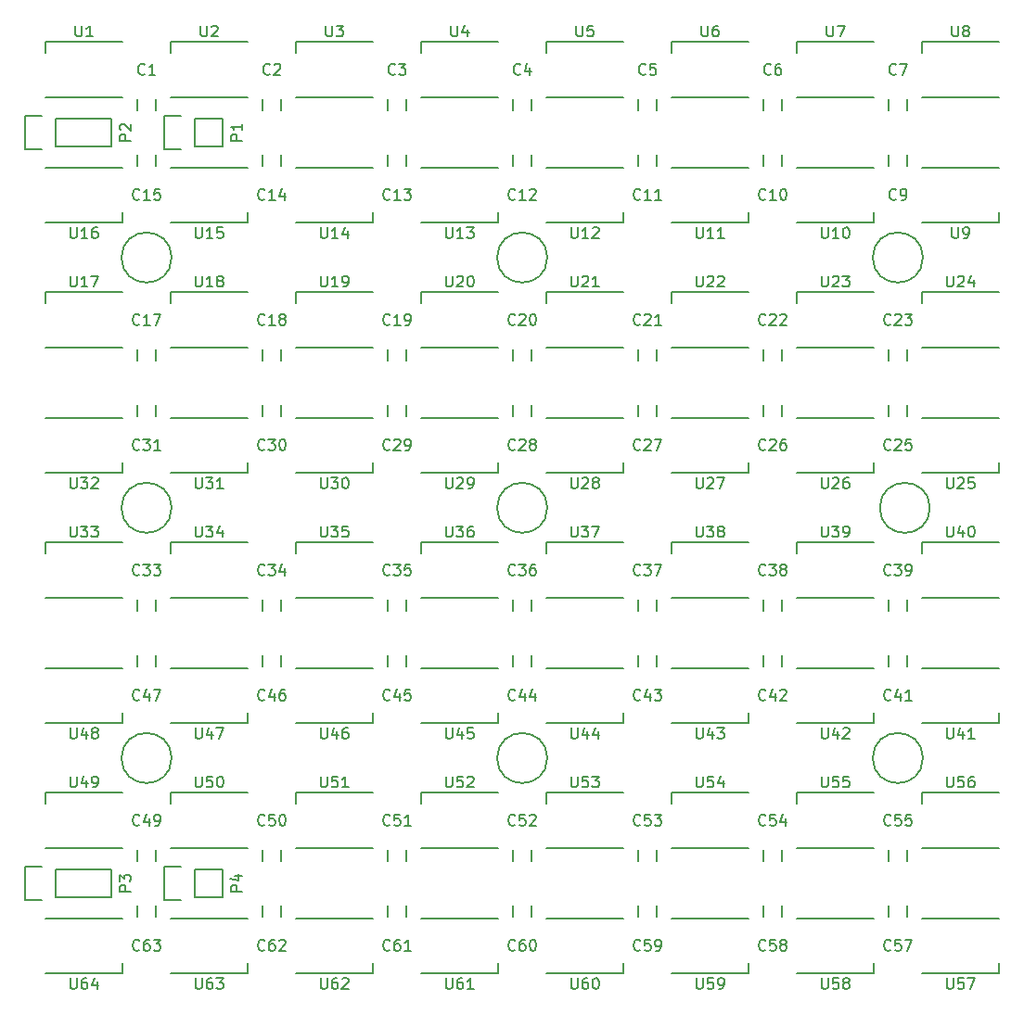
<source format=gto>
G04 #@! TF.FileFunction,Legend,Top*
%FSLAX46Y46*%
G04 Gerber Fmt 4.6, Leading zero omitted, Abs format (unit mm)*
G04 Created by KiCad (PCBNEW 4.0.2+e4-6225~38~ubuntu15.10.1-stable) date Sat 25 Jun 2016 03:23:57 PM EDT*
%MOMM*%
G01*
G04 APERTURE LIST*
%ADD10C,0.100000*%
%ADD11C,0.150000*%
G04 APERTURE END LIST*
D10*
D11*
X15875000Y81280000D02*
X18415000Y81280000D01*
X13055000Y81560000D02*
X14605000Y81560000D01*
X15875000Y81280000D02*
X15875000Y78740000D01*
X14605000Y78460000D02*
X13055000Y78460000D01*
X13055000Y78460000D02*
X13055000Y81560000D01*
X15875000Y78740000D02*
X18415000Y78740000D01*
X18415000Y78740000D02*
X18415000Y81280000D01*
X3175000Y78740000D02*
X8255000Y78740000D01*
X8255000Y78740000D02*
X8255000Y81280000D01*
X8255000Y81280000D02*
X3175000Y81280000D01*
X355000Y81560000D02*
X1905000Y81560000D01*
X3175000Y81280000D02*
X3175000Y78740000D01*
X1905000Y78460000D02*
X355000Y78460000D01*
X355000Y78460000D02*
X355000Y81560000D01*
X3175000Y10160000D02*
X8255000Y10160000D01*
X8255000Y10160000D02*
X8255000Y12700000D01*
X8255000Y12700000D02*
X3175000Y12700000D01*
X355000Y12980000D02*
X1905000Y12980000D01*
X3175000Y12700000D02*
X3175000Y10160000D01*
X1905000Y9880000D02*
X355000Y9880000D01*
X355000Y9880000D02*
X355000Y12980000D01*
X2215000Y83225000D02*
X9215000Y83225000D01*
X2215000Y87275000D02*
X2215000Y88275000D01*
X2215000Y88275000D02*
X9215000Y88275000D01*
X13645000Y83225000D02*
X20645000Y83225000D01*
X13645000Y87275000D02*
X13645000Y88275000D01*
X13645000Y88275000D02*
X20645000Y88275000D01*
X25075000Y83225000D02*
X32075000Y83225000D01*
X25075000Y87275000D02*
X25075000Y88275000D01*
X25075000Y88275000D02*
X32075000Y88275000D01*
X36505000Y83225000D02*
X43505000Y83225000D01*
X36505000Y87275000D02*
X36505000Y88275000D01*
X36505000Y88275000D02*
X43505000Y88275000D01*
X47935000Y83225000D02*
X54935000Y83225000D01*
X47935000Y87275000D02*
X47935000Y88275000D01*
X47935000Y88275000D02*
X54935000Y88275000D01*
X59365000Y83225000D02*
X66365000Y83225000D01*
X59365000Y87275000D02*
X59365000Y88275000D01*
X59365000Y88275000D02*
X66365000Y88275000D01*
X70795000Y83225000D02*
X77795000Y83225000D01*
X70795000Y87275000D02*
X70795000Y88275000D01*
X70795000Y88275000D02*
X77795000Y88275000D01*
X82225000Y83225000D02*
X89225000Y83225000D01*
X82225000Y87275000D02*
X82225000Y88275000D01*
X82225000Y88275000D02*
X89225000Y88275000D01*
X89225000Y76795000D02*
X82225000Y76795000D01*
X89225000Y72745000D02*
X89225000Y71745000D01*
X89225000Y71745000D02*
X82225000Y71745000D01*
X77795000Y76795000D02*
X70795000Y76795000D01*
X77795000Y72745000D02*
X77795000Y71745000D01*
X77795000Y71745000D02*
X70795000Y71745000D01*
X66365000Y76795000D02*
X59365000Y76795000D01*
X66365000Y72745000D02*
X66365000Y71745000D01*
X66365000Y71745000D02*
X59365000Y71745000D01*
X54935000Y76795000D02*
X47935000Y76795000D01*
X54935000Y72745000D02*
X54935000Y71745000D01*
X54935000Y71745000D02*
X47935000Y71745000D01*
X43505000Y76795000D02*
X36505000Y76795000D01*
X43505000Y72745000D02*
X43505000Y71745000D01*
X43505000Y71745000D02*
X36505000Y71745000D01*
X32075000Y76795000D02*
X25075000Y76795000D01*
X32075000Y72745000D02*
X32075000Y71745000D01*
X32075000Y71745000D02*
X25075000Y71745000D01*
X20645000Y76795000D02*
X13645000Y76795000D01*
X20645000Y72745000D02*
X20645000Y71745000D01*
X20645000Y71745000D02*
X13645000Y71745000D01*
X9215000Y76795000D02*
X2215000Y76795000D01*
X9215000Y72745000D02*
X9215000Y71745000D01*
X9215000Y71745000D02*
X2215000Y71745000D01*
X2215000Y60365000D02*
X9215000Y60365000D01*
X2215000Y64415000D02*
X2215000Y65415000D01*
X2215000Y65415000D02*
X9215000Y65415000D01*
X13645000Y60365000D02*
X20645000Y60365000D01*
X13645000Y64415000D02*
X13645000Y65415000D01*
X13645000Y65415000D02*
X20645000Y65415000D01*
X25075000Y60365000D02*
X32075000Y60365000D01*
X25075000Y64415000D02*
X25075000Y65415000D01*
X25075000Y65415000D02*
X32075000Y65415000D01*
X36505000Y60365000D02*
X43505000Y60365000D01*
X36505000Y64415000D02*
X36505000Y65415000D01*
X36505000Y65415000D02*
X43505000Y65415000D01*
X47935000Y60365000D02*
X54935000Y60365000D01*
X47935000Y64415000D02*
X47935000Y65415000D01*
X47935000Y65415000D02*
X54935000Y65415000D01*
X59365000Y60365000D02*
X66365000Y60365000D01*
X59365000Y64415000D02*
X59365000Y65415000D01*
X59365000Y65415000D02*
X66365000Y65415000D01*
X70795000Y60365000D02*
X77795000Y60365000D01*
X70795000Y64415000D02*
X70795000Y65415000D01*
X70795000Y65415000D02*
X77795000Y65415000D01*
X82225000Y60365000D02*
X89225000Y60365000D01*
X82225000Y64415000D02*
X82225000Y65415000D01*
X82225000Y65415000D02*
X89225000Y65415000D01*
X89225000Y53935000D02*
X82225000Y53935000D01*
X89225000Y49885000D02*
X89225000Y48885000D01*
X89225000Y48885000D02*
X82225000Y48885000D01*
X77795000Y53935000D02*
X70795000Y53935000D01*
X77795000Y49885000D02*
X77795000Y48885000D01*
X77795000Y48885000D02*
X70795000Y48885000D01*
X66365000Y53935000D02*
X59365000Y53935000D01*
X66365000Y49885000D02*
X66365000Y48885000D01*
X66365000Y48885000D02*
X59365000Y48885000D01*
X54935000Y53935000D02*
X47935000Y53935000D01*
X54935000Y49885000D02*
X54935000Y48885000D01*
X54935000Y48885000D02*
X47935000Y48885000D01*
X43505000Y53935000D02*
X36505000Y53935000D01*
X43505000Y49885000D02*
X43505000Y48885000D01*
X43505000Y48885000D02*
X36505000Y48885000D01*
X32075000Y53935000D02*
X25075000Y53935000D01*
X32075000Y49885000D02*
X32075000Y48885000D01*
X32075000Y48885000D02*
X25075000Y48885000D01*
X20645000Y53935000D02*
X13645000Y53935000D01*
X20645000Y49885000D02*
X20645000Y48885000D01*
X20645000Y48885000D02*
X13645000Y48885000D01*
X9215000Y53935000D02*
X2215000Y53935000D01*
X9215000Y49885000D02*
X9215000Y48885000D01*
X9215000Y48885000D02*
X2215000Y48885000D01*
X2215000Y37505000D02*
X9215000Y37505000D01*
X2215000Y41555000D02*
X2215000Y42555000D01*
X2215000Y42555000D02*
X9215000Y42555000D01*
X13645000Y37505000D02*
X20645000Y37505000D01*
X13645000Y41555000D02*
X13645000Y42555000D01*
X13645000Y42555000D02*
X20645000Y42555000D01*
X25075000Y37505000D02*
X32075000Y37505000D01*
X25075000Y41555000D02*
X25075000Y42555000D01*
X25075000Y42555000D02*
X32075000Y42555000D01*
X36505000Y37505000D02*
X43505000Y37505000D01*
X36505000Y41555000D02*
X36505000Y42555000D01*
X36505000Y42555000D02*
X43505000Y42555000D01*
X47935000Y37505000D02*
X54935000Y37505000D01*
X47935000Y41555000D02*
X47935000Y42555000D01*
X47935000Y42555000D02*
X54935000Y42555000D01*
X59365000Y37505000D02*
X66365000Y37505000D01*
X59365000Y41555000D02*
X59365000Y42555000D01*
X59365000Y42555000D02*
X66365000Y42555000D01*
X70795000Y37505000D02*
X77795000Y37505000D01*
X70795000Y41555000D02*
X70795000Y42555000D01*
X70795000Y42555000D02*
X77795000Y42555000D01*
X82225000Y37505000D02*
X89225000Y37505000D01*
X82225000Y41555000D02*
X82225000Y42555000D01*
X82225000Y42555000D02*
X89225000Y42555000D01*
X89225000Y31075000D02*
X82225000Y31075000D01*
X89225000Y27025000D02*
X89225000Y26025000D01*
X89225000Y26025000D02*
X82225000Y26025000D01*
X77795000Y31075000D02*
X70795000Y31075000D01*
X77795000Y27025000D02*
X77795000Y26025000D01*
X77795000Y26025000D02*
X70795000Y26025000D01*
X66365000Y31075000D02*
X59365000Y31075000D01*
X66365000Y27025000D02*
X66365000Y26025000D01*
X66365000Y26025000D02*
X59365000Y26025000D01*
X54935000Y31075000D02*
X47935000Y31075000D01*
X54935000Y27025000D02*
X54935000Y26025000D01*
X54935000Y26025000D02*
X47935000Y26025000D01*
X43505000Y31075000D02*
X36505000Y31075000D01*
X43505000Y27025000D02*
X43505000Y26025000D01*
X43505000Y26025000D02*
X36505000Y26025000D01*
X32075000Y31075000D02*
X25075000Y31075000D01*
X32075000Y27025000D02*
X32075000Y26025000D01*
X32075000Y26025000D02*
X25075000Y26025000D01*
X20645000Y31075000D02*
X13645000Y31075000D01*
X20645000Y27025000D02*
X20645000Y26025000D01*
X20645000Y26025000D02*
X13645000Y26025000D01*
X9215000Y31075000D02*
X2215000Y31075000D01*
X9215000Y27025000D02*
X9215000Y26025000D01*
X9215000Y26025000D02*
X2215000Y26025000D01*
X2215000Y14645000D02*
X9215000Y14645000D01*
X2215000Y18695000D02*
X2215000Y19695000D01*
X2215000Y19695000D02*
X9215000Y19695000D01*
X13645000Y14645000D02*
X20645000Y14645000D01*
X13645000Y18695000D02*
X13645000Y19695000D01*
X13645000Y19695000D02*
X20645000Y19695000D01*
X25075000Y14645000D02*
X32075000Y14645000D01*
X25075000Y18695000D02*
X25075000Y19695000D01*
X25075000Y19695000D02*
X32075000Y19695000D01*
X36505000Y14645000D02*
X43505000Y14645000D01*
X36505000Y18695000D02*
X36505000Y19695000D01*
X36505000Y19695000D02*
X43505000Y19695000D01*
X47935000Y14645000D02*
X54935000Y14645000D01*
X47935000Y18695000D02*
X47935000Y19695000D01*
X47935000Y19695000D02*
X54935000Y19695000D01*
X59365000Y14645000D02*
X66365000Y14645000D01*
X59365000Y18695000D02*
X59365000Y19695000D01*
X59365000Y19695000D02*
X66365000Y19695000D01*
X70795000Y14645000D02*
X77795000Y14645000D01*
X70795000Y18695000D02*
X70795000Y19695000D01*
X70795000Y19695000D02*
X77795000Y19695000D01*
X82225000Y14645000D02*
X89225000Y14645000D01*
X82225000Y18695000D02*
X82225000Y19695000D01*
X82225000Y19695000D02*
X89225000Y19695000D01*
X89225000Y8215000D02*
X82225000Y8215000D01*
X89225000Y4165000D02*
X89225000Y3165000D01*
X89225000Y3165000D02*
X82225000Y3165000D01*
X77795000Y8215000D02*
X70795000Y8215000D01*
X77795000Y4165000D02*
X77795000Y3165000D01*
X77795000Y3165000D02*
X70795000Y3165000D01*
X66365000Y8215000D02*
X59365000Y8215000D01*
X66365000Y4165000D02*
X66365000Y3165000D01*
X66365000Y3165000D02*
X59365000Y3165000D01*
X54935000Y8215000D02*
X47935000Y8215000D01*
X54935000Y4165000D02*
X54935000Y3165000D01*
X54935000Y3165000D02*
X47935000Y3165000D01*
X43505000Y8215000D02*
X36505000Y8215000D01*
X43505000Y4165000D02*
X43505000Y3165000D01*
X43505000Y3165000D02*
X36505000Y3165000D01*
X32075000Y8215000D02*
X25075000Y8215000D01*
X32075000Y4165000D02*
X32075000Y3165000D01*
X32075000Y3165000D02*
X25075000Y3165000D01*
X20645000Y8215000D02*
X13645000Y8215000D01*
X20645000Y4165000D02*
X20645000Y3165000D01*
X20645000Y3165000D02*
X13645000Y3165000D01*
X9215000Y8215000D02*
X2215000Y8215000D01*
X9215000Y4165000D02*
X9215000Y3165000D01*
X9215000Y3165000D02*
X2215000Y3165000D01*
X15875000Y12700000D02*
X18415000Y12700000D01*
X13055000Y12980000D02*
X14605000Y12980000D01*
X15875000Y12700000D02*
X15875000Y10160000D01*
X14605000Y9880000D02*
X13055000Y9880000D01*
X13055000Y9880000D02*
X13055000Y12980000D01*
X15875000Y10160000D02*
X18415000Y10160000D01*
X18415000Y10160000D02*
X18415000Y12700000D01*
X10580000Y83050000D02*
X10580000Y82050000D01*
X12280000Y82050000D02*
X12280000Y83050000D01*
X22010000Y83050000D02*
X22010000Y82050000D01*
X23710000Y82050000D02*
X23710000Y83050000D01*
X33440000Y83050000D02*
X33440000Y82050000D01*
X35140000Y82050000D02*
X35140000Y83050000D01*
X44870000Y83050000D02*
X44870000Y82050000D01*
X46570000Y82050000D02*
X46570000Y83050000D01*
X56300000Y83050000D02*
X56300000Y82050000D01*
X58000000Y82050000D02*
X58000000Y83050000D01*
X67730000Y83050000D02*
X67730000Y82050000D01*
X69430000Y82050000D02*
X69430000Y83050000D01*
X79160000Y83050000D02*
X79160000Y82050000D01*
X80860000Y82050000D02*
X80860000Y83050000D01*
X80860000Y76970000D02*
X80860000Y77970000D01*
X79160000Y77970000D02*
X79160000Y76970000D01*
X69430000Y76970000D02*
X69430000Y77970000D01*
X67730000Y77970000D02*
X67730000Y76970000D01*
X58000000Y76970000D02*
X58000000Y77970000D01*
X56300000Y77970000D02*
X56300000Y76970000D01*
X46570000Y76970000D02*
X46570000Y77970000D01*
X44870000Y77970000D02*
X44870000Y76970000D01*
X35140000Y76970000D02*
X35140000Y77970000D01*
X33440000Y77970000D02*
X33440000Y76970000D01*
X23710000Y76970000D02*
X23710000Y77970000D01*
X22010000Y77970000D02*
X22010000Y76970000D01*
X12280000Y76970000D02*
X12280000Y77970000D01*
X10580000Y77970000D02*
X10580000Y76970000D01*
X10580000Y60190000D02*
X10580000Y59190000D01*
X12280000Y59190000D02*
X12280000Y60190000D01*
X22010000Y60190000D02*
X22010000Y59190000D01*
X23710000Y59190000D02*
X23710000Y60190000D01*
X33440000Y60190000D02*
X33440000Y59190000D01*
X35140000Y59190000D02*
X35140000Y60190000D01*
X44870000Y60190000D02*
X44870000Y59190000D01*
X46570000Y59190000D02*
X46570000Y60190000D01*
X56300000Y60190000D02*
X56300000Y59190000D01*
X58000000Y59190000D02*
X58000000Y60190000D01*
X67730000Y60190000D02*
X67730000Y59190000D01*
X69430000Y59190000D02*
X69430000Y60190000D01*
X79160000Y60190000D02*
X79160000Y59190000D01*
X80860000Y59190000D02*
X80860000Y60190000D01*
X80860000Y54110000D02*
X80860000Y55110000D01*
X79160000Y55110000D02*
X79160000Y54110000D01*
X69430000Y54110000D02*
X69430000Y55110000D01*
X67730000Y55110000D02*
X67730000Y54110000D01*
X58000000Y54110000D02*
X58000000Y55110000D01*
X56300000Y55110000D02*
X56300000Y54110000D01*
X46570000Y54110000D02*
X46570000Y55110000D01*
X44870000Y55110000D02*
X44870000Y54110000D01*
X35140000Y54110000D02*
X35140000Y55110000D01*
X33440000Y55110000D02*
X33440000Y54110000D01*
X23710000Y54110000D02*
X23710000Y55110000D01*
X22010000Y55110000D02*
X22010000Y54110000D01*
X12280000Y54110000D02*
X12280000Y55110000D01*
X10580000Y55110000D02*
X10580000Y54110000D01*
X10580000Y37330000D02*
X10580000Y36330000D01*
X12280000Y36330000D02*
X12280000Y37330000D01*
X22010000Y37330000D02*
X22010000Y36330000D01*
X23710000Y36330000D02*
X23710000Y37330000D01*
X33440000Y37330000D02*
X33440000Y36330000D01*
X35140000Y36330000D02*
X35140000Y37330000D01*
X44870000Y37330000D02*
X44870000Y36330000D01*
X46570000Y36330000D02*
X46570000Y37330000D01*
X56300000Y37330000D02*
X56300000Y36330000D01*
X58000000Y36330000D02*
X58000000Y37330000D01*
X67730000Y37330000D02*
X67730000Y36330000D01*
X69430000Y36330000D02*
X69430000Y37330000D01*
X79160000Y37330000D02*
X79160000Y36330000D01*
X80860000Y36330000D02*
X80860000Y37330000D01*
X80860000Y31250000D02*
X80860000Y32250000D01*
X79160000Y32250000D02*
X79160000Y31250000D01*
X69430000Y31250000D02*
X69430000Y32250000D01*
X67730000Y32250000D02*
X67730000Y31250000D01*
X58000000Y31250000D02*
X58000000Y32250000D01*
X56300000Y32250000D02*
X56300000Y31250000D01*
X46570000Y31250000D02*
X46570000Y32250000D01*
X44870000Y32250000D02*
X44870000Y31250000D01*
X35140000Y31250000D02*
X35140000Y32250000D01*
X33440000Y32250000D02*
X33440000Y31250000D01*
X23710000Y31250000D02*
X23710000Y32250000D01*
X22010000Y32250000D02*
X22010000Y31250000D01*
X12280000Y31250000D02*
X12280000Y32250000D01*
X10580000Y32250000D02*
X10580000Y31250000D01*
X10580000Y14470000D02*
X10580000Y13470000D01*
X12280000Y13470000D02*
X12280000Y14470000D01*
X22010000Y14470000D02*
X22010000Y13470000D01*
X23710000Y13470000D02*
X23710000Y14470000D01*
X33440000Y14470000D02*
X33440000Y13470000D01*
X35140000Y13470000D02*
X35140000Y14470000D01*
X44870000Y14470000D02*
X44870000Y13470000D01*
X46570000Y13470000D02*
X46570000Y14470000D01*
X56300000Y14470000D02*
X56300000Y13470000D01*
X58000000Y13470000D02*
X58000000Y14470000D01*
X67730000Y14470000D02*
X67730000Y13470000D01*
X69430000Y13470000D02*
X69430000Y14470000D01*
X79160000Y14470000D02*
X79160000Y13470000D01*
X80860000Y13470000D02*
X80860000Y14470000D01*
X80860000Y8390000D02*
X80860000Y9390000D01*
X79160000Y9390000D02*
X79160000Y8390000D01*
X69430000Y8390000D02*
X69430000Y9390000D01*
X67730000Y9390000D02*
X67730000Y8390000D01*
X58000000Y8390000D02*
X58000000Y9390000D01*
X56300000Y9390000D02*
X56300000Y8390000D01*
X46570000Y8390000D02*
X46570000Y9390000D01*
X44870000Y9390000D02*
X44870000Y8390000D01*
X35140000Y8390000D02*
X35140000Y9390000D01*
X33440000Y9390000D02*
X33440000Y8390000D01*
X23710000Y8390000D02*
X23710000Y9390000D01*
X22010000Y9390000D02*
X22010000Y8390000D01*
X12280000Y8390000D02*
X12280000Y9390000D01*
X10580000Y9390000D02*
X10580000Y8390000D01*
X48006000Y68580000D02*
G75*
G03X48006000Y68580000I-2286000J0D01*
G01*
X82296000Y68580000D02*
G75*
G03X82296000Y68580000I-2286000J0D01*
G01*
X13716000Y68580000D02*
G75*
G03X13716000Y68580000I-2286000J0D01*
G01*
X48006000Y45720000D02*
G75*
G03X48006000Y45720000I-2286000J0D01*
G01*
X48006000Y22860000D02*
G75*
G03X48006000Y22860000I-2286000J0D01*
G01*
X82931000Y45720000D02*
G75*
G03X82931000Y45720000I-2286000J0D01*
G01*
X82296000Y22860000D02*
G75*
G03X82296000Y22860000I-2286000J0D01*
G01*
X13716000Y22860000D02*
G75*
G03X13716000Y22860000I-2286000J0D01*
G01*
X13716000Y45720000D02*
G75*
G03X13716000Y45720000I-2286000J0D01*
G01*
X20137381Y79271905D02*
X19137381Y79271905D01*
X19137381Y79652858D01*
X19185000Y79748096D01*
X19232619Y79795715D01*
X19327857Y79843334D01*
X19470714Y79843334D01*
X19565952Y79795715D01*
X19613571Y79748096D01*
X19661190Y79652858D01*
X19661190Y79271905D01*
X20137381Y80795715D02*
X20137381Y80224286D01*
X20137381Y80510000D02*
X19137381Y80510000D01*
X19280238Y80414762D01*
X19375476Y80319524D01*
X19423095Y80224286D01*
X9977381Y79271905D02*
X8977381Y79271905D01*
X8977381Y79652858D01*
X9025000Y79748096D01*
X9072619Y79795715D01*
X9167857Y79843334D01*
X9310714Y79843334D01*
X9405952Y79795715D01*
X9453571Y79748096D01*
X9501190Y79652858D01*
X9501190Y79271905D01*
X9072619Y80224286D02*
X9025000Y80271905D01*
X8977381Y80367143D01*
X8977381Y80605239D01*
X9025000Y80700477D01*
X9072619Y80748096D01*
X9167857Y80795715D01*
X9263095Y80795715D01*
X9405952Y80748096D01*
X9977381Y80176667D01*
X9977381Y80795715D01*
X9977381Y10691905D02*
X8977381Y10691905D01*
X8977381Y11072858D01*
X9025000Y11168096D01*
X9072619Y11215715D01*
X9167857Y11263334D01*
X9310714Y11263334D01*
X9405952Y11215715D01*
X9453571Y11168096D01*
X9501190Y11072858D01*
X9501190Y10691905D01*
X8977381Y11596667D02*
X8977381Y12215715D01*
X9358333Y11882381D01*
X9358333Y12025239D01*
X9405952Y12120477D01*
X9453571Y12168096D01*
X9548810Y12215715D01*
X9786905Y12215715D01*
X9882143Y12168096D01*
X9929762Y12120477D01*
X9977381Y12025239D01*
X9977381Y11739524D01*
X9929762Y11644286D01*
X9882143Y11596667D01*
X4953095Y89772619D02*
X4953095Y88963095D01*
X5000714Y88867857D01*
X5048333Y88820238D01*
X5143571Y88772619D01*
X5334048Y88772619D01*
X5429286Y88820238D01*
X5476905Y88867857D01*
X5524524Y88963095D01*
X5524524Y89772619D01*
X6524524Y88772619D02*
X5953095Y88772619D01*
X6238809Y88772619D02*
X6238809Y89772619D01*
X6143571Y89629762D01*
X6048333Y89534524D01*
X5953095Y89486905D01*
X16383095Y89772619D02*
X16383095Y88963095D01*
X16430714Y88867857D01*
X16478333Y88820238D01*
X16573571Y88772619D01*
X16764048Y88772619D01*
X16859286Y88820238D01*
X16906905Y88867857D01*
X16954524Y88963095D01*
X16954524Y89772619D01*
X17383095Y89677381D02*
X17430714Y89725000D01*
X17525952Y89772619D01*
X17764048Y89772619D01*
X17859286Y89725000D01*
X17906905Y89677381D01*
X17954524Y89582143D01*
X17954524Y89486905D01*
X17906905Y89344048D01*
X17335476Y88772619D01*
X17954524Y88772619D01*
X27813095Y89772619D02*
X27813095Y88963095D01*
X27860714Y88867857D01*
X27908333Y88820238D01*
X28003571Y88772619D01*
X28194048Y88772619D01*
X28289286Y88820238D01*
X28336905Y88867857D01*
X28384524Y88963095D01*
X28384524Y89772619D01*
X28765476Y89772619D02*
X29384524Y89772619D01*
X29051190Y89391667D01*
X29194048Y89391667D01*
X29289286Y89344048D01*
X29336905Y89296429D01*
X29384524Y89201190D01*
X29384524Y88963095D01*
X29336905Y88867857D01*
X29289286Y88820238D01*
X29194048Y88772619D01*
X28908333Y88772619D01*
X28813095Y88820238D01*
X28765476Y88867857D01*
X39243095Y89772619D02*
X39243095Y88963095D01*
X39290714Y88867857D01*
X39338333Y88820238D01*
X39433571Y88772619D01*
X39624048Y88772619D01*
X39719286Y88820238D01*
X39766905Y88867857D01*
X39814524Y88963095D01*
X39814524Y89772619D01*
X40719286Y89439286D02*
X40719286Y88772619D01*
X40481190Y89820238D02*
X40243095Y89105952D01*
X40862143Y89105952D01*
X50673095Y89772619D02*
X50673095Y88963095D01*
X50720714Y88867857D01*
X50768333Y88820238D01*
X50863571Y88772619D01*
X51054048Y88772619D01*
X51149286Y88820238D01*
X51196905Y88867857D01*
X51244524Y88963095D01*
X51244524Y89772619D01*
X52196905Y89772619D02*
X51720714Y89772619D01*
X51673095Y89296429D01*
X51720714Y89344048D01*
X51815952Y89391667D01*
X52054048Y89391667D01*
X52149286Y89344048D01*
X52196905Y89296429D01*
X52244524Y89201190D01*
X52244524Y88963095D01*
X52196905Y88867857D01*
X52149286Y88820238D01*
X52054048Y88772619D01*
X51815952Y88772619D01*
X51720714Y88820238D01*
X51673095Y88867857D01*
X62103095Y89772619D02*
X62103095Y88963095D01*
X62150714Y88867857D01*
X62198333Y88820238D01*
X62293571Y88772619D01*
X62484048Y88772619D01*
X62579286Y88820238D01*
X62626905Y88867857D01*
X62674524Y88963095D01*
X62674524Y89772619D01*
X63579286Y89772619D02*
X63388809Y89772619D01*
X63293571Y89725000D01*
X63245952Y89677381D01*
X63150714Y89534524D01*
X63103095Y89344048D01*
X63103095Y88963095D01*
X63150714Y88867857D01*
X63198333Y88820238D01*
X63293571Y88772619D01*
X63484048Y88772619D01*
X63579286Y88820238D01*
X63626905Y88867857D01*
X63674524Y88963095D01*
X63674524Y89201190D01*
X63626905Y89296429D01*
X63579286Y89344048D01*
X63484048Y89391667D01*
X63293571Y89391667D01*
X63198333Y89344048D01*
X63150714Y89296429D01*
X63103095Y89201190D01*
X73533095Y89772619D02*
X73533095Y88963095D01*
X73580714Y88867857D01*
X73628333Y88820238D01*
X73723571Y88772619D01*
X73914048Y88772619D01*
X74009286Y88820238D01*
X74056905Y88867857D01*
X74104524Y88963095D01*
X74104524Y89772619D01*
X74485476Y89772619D02*
X75152143Y89772619D01*
X74723571Y88772619D01*
X84963095Y89772619D02*
X84963095Y88963095D01*
X85010714Y88867857D01*
X85058333Y88820238D01*
X85153571Y88772619D01*
X85344048Y88772619D01*
X85439286Y88820238D01*
X85486905Y88867857D01*
X85534524Y88963095D01*
X85534524Y89772619D01*
X86153571Y89344048D02*
X86058333Y89391667D01*
X86010714Y89439286D01*
X85963095Y89534524D01*
X85963095Y89582143D01*
X86010714Y89677381D01*
X86058333Y89725000D01*
X86153571Y89772619D01*
X86344048Y89772619D01*
X86439286Y89725000D01*
X86486905Y89677381D01*
X86534524Y89582143D01*
X86534524Y89534524D01*
X86486905Y89439286D01*
X86439286Y89391667D01*
X86344048Y89344048D01*
X86153571Y89344048D01*
X86058333Y89296429D01*
X86010714Y89248810D01*
X85963095Y89153571D01*
X85963095Y88963095D01*
X86010714Y88867857D01*
X86058333Y88820238D01*
X86153571Y88772619D01*
X86344048Y88772619D01*
X86439286Y88820238D01*
X86486905Y88867857D01*
X86534524Y88963095D01*
X86534524Y89153571D01*
X86486905Y89248810D01*
X86439286Y89296429D01*
X86344048Y89344048D01*
X84963095Y71342619D02*
X84963095Y70533095D01*
X85010714Y70437857D01*
X85058333Y70390238D01*
X85153571Y70342619D01*
X85344048Y70342619D01*
X85439286Y70390238D01*
X85486905Y70437857D01*
X85534524Y70533095D01*
X85534524Y71342619D01*
X86058333Y70342619D02*
X86248809Y70342619D01*
X86344048Y70390238D01*
X86391667Y70437857D01*
X86486905Y70580714D01*
X86534524Y70771190D01*
X86534524Y71152143D01*
X86486905Y71247381D01*
X86439286Y71295000D01*
X86344048Y71342619D01*
X86153571Y71342619D01*
X86058333Y71295000D01*
X86010714Y71247381D01*
X85963095Y71152143D01*
X85963095Y70914048D01*
X86010714Y70818810D01*
X86058333Y70771190D01*
X86153571Y70723571D01*
X86344048Y70723571D01*
X86439286Y70771190D01*
X86486905Y70818810D01*
X86534524Y70914048D01*
X73056905Y71342619D02*
X73056905Y70533095D01*
X73104524Y70437857D01*
X73152143Y70390238D01*
X73247381Y70342619D01*
X73437858Y70342619D01*
X73533096Y70390238D01*
X73580715Y70437857D01*
X73628334Y70533095D01*
X73628334Y71342619D01*
X74628334Y70342619D02*
X74056905Y70342619D01*
X74342619Y70342619D02*
X74342619Y71342619D01*
X74247381Y71199762D01*
X74152143Y71104524D01*
X74056905Y71056905D01*
X75247381Y71342619D02*
X75342620Y71342619D01*
X75437858Y71295000D01*
X75485477Y71247381D01*
X75533096Y71152143D01*
X75580715Y70961667D01*
X75580715Y70723571D01*
X75533096Y70533095D01*
X75485477Y70437857D01*
X75437858Y70390238D01*
X75342620Y70342619D01*
X75247381Y70342619D01*
X75152143Y70390238D01*
X75104524Y70437857D01*
X75056905Y70533095D01*
X75009286Y70723571D01*
X75009286Y70961667D01*
X75056905Y71152143D01*
X75104524Y71247381D01*
X75152143Y71295000D01*
X75247381Y71342619D01*
X61626905Y71342619D02*
X61626905Y70533095D01*
X61674524Y70437857D01*
X61722143Y70390238D01*
X61817381Y70342619D01*
X62007858Y70342619D01*
X62103096Y70390238D01*
X62150715Y70437857D01*
X62198334Y70533095D01*
X62198334Y71342619D01*
X63198334Y70342619D02*
X62626905Y70342619D01*
X62912619Y70342619D02*
X62912619Y71342619D01*
X62817381Y71199762D01*
X62722143Y71104524D01*
X62626905Y71056905D01*
X64150715Y70342619D02*
X63579286Y70342619D01*
X63865000Y70342619D02*
X63865000Y71342619D01*
X63769762Y71199762D01*
X63674524Y71104524D01*
X63579286Y71056905D01*
X50196905Y71342619D02*
X50196905Y70533095D01*
X50244524Y70437857D01*
X50292143Y70390238D01*
X50387381Y70342619D01*
X50577858Y70342619D01*
X50673096Y70390238D01*
X50720715Y70437857D01*
X50768334Y70533095D01*
X50768334Y71342619D01*
X51768334Y70342619D02*
X51196905Y70342619D01*
X51482619Y70342619D02*
X51482619Y71342619D01*
X51387381Y71199762D01*
X51292143Y71104524D01*
X51196905Y71056905D01*
X52149286Y71247381D02*
X52196905Y71295000D01*
X52292143Y71342619D01*
X52530239Y71342619D01*
X52625477Y71295000D01*
X52673096Y71247381D01*
X52720715Y71152143D01*
X52720715Y71056905D01*
X52673096Y70914048D01*
X52101667Y70342619D01*
X52720715Y70342619D01*
X38766905Y71342619D02*
X38766905Y70533095D01*
X38814524Y70437857D01*
X38862143Y70390238D01*
X38957381Y70342619D01*
X39147858Y70342619D01*
X39243096Y70390238D01*
X39290715Y70437857D01*
X39338334Y70533095D01*
X39338334Y71342619D01*
X40338334Y70342619D02*
X39766905Y70342619D01*
X40052619Y70342619D02*
X40052619Y71342619D01*
X39957381Y71199762D01*
X39862143Y71104524D01*
X39766905Y71056905D01*
X40671667Y71342619D02*
X41290715Y71342619D01*
X40957381Y70961667D01*
X41100239Y70961667D01*
X41195477Y70914048D01*
X41243096Y70866429D01*
X41290715Y70771190D01*
X41290715Y70533095D01*
X41243096Y70437857D01*
X41195477Y70390238D01*
X41100239Y70342619D01*
X40814524Y70342619D01*
X40719286Y70390238D01*
X40671667Y70437857D01*
X27336905Y71342619D02*
X27336905Y70533095D01*
X27384524Y70437857D01*
X27432143Y70390238D01*
X27527381Y70342619D01*
X27717858Y70342619D01*
X27813096Y70390238D01*
X27860715Y70437857D01*
X27908334Y70533095D01*
X27908334Y71342619D01*
X28908334Y70342619D02*
X28336905Y70342619D01*
X28622619Y70342619D02*
X28622619Y71342619D01*
X28527381Y71199762D01*
X28432143Y71104524D01*
X28336905Y71056905D01*
X29765477Y71009286D02*
X29765477Y70342619D01*
X29527381Y71390238D02*
X29289286Y70675952D01*
X29908334Y70675952D01*
X15906905Y71342619D02*
X15906905Y70533095D01*
X15954524Y70437857D01*
X16002143Y70390238D01*
X16097381Y70342619D01*
X16287858Y70342619D01*
X16383096Y70390238D01*
X16430715Y70437857D01*
X16478334Y70533095D01*
X16478334Y71342619D01*
X17478334Y70342619D02*
X16906905Y70342619D01*
X17192619Y70342619D02*
X17192619Y71342619D01*
X17097381Y71199762D01*
X17002143Y71104524D01*
X16906905Y71056905D01*
X18383096Y71342619D02*
X17906905Y71342619D01*
X17859286Y70866429D01*
X17906905Y70914048D01*
X18002143Y70961667D01*
X18240239Y70961667D01*
X18335477Y70914048D01*
X18383096Y70866429D01*
X18430715Y70771190D01*
X18430715Y70533095D01*
X18383096Y70437857D01*
X18335477Y70390238D01*
X18240239Y70342619D01*
X18002143Y70342619D01*
X17906905Y70390238D01*
X17859286Y70437857D01*
X4476905Y71342619D02*
X4476905Y70533095D01*
X4524524Y70437857D01*
X4572143Y70390238D01*
X4667381Y70342619D01*
X4857858Y70342619D01*
X4953096Y70390238D01*
X5000715Y70437857D01*
X5048334Y70533095D01*
X5048334Y71342619D01*
X6048334Y70342619D02*
X5476905Y70342619D01*
X5762619Y70342619D02*
X5762619Y71342619D01*
X5667381Y71199762D01*
X5572143Y71104524D01*
X5476905Y71056905D01*
X6905477Y71342619D02*
X6715000Y71342619D01*
X6619762Y71295000D01*
X6572143Y71247381D01*
X6476905Y71104524D01*
X6429286Y70914048D01*
X6429286Y70533095D01*
X6476905Y70437857D01*
X6524524Y70390238D01*
X6619762Y70342619D01*
X6810239Y70342619D01*
X6905477Y70390238D01*
X6953096Y70437857D01*
X7000715Y70533095D01*
X7000715Y70771190D01*
X6953096Y70866429D01*
X6905477Y70914048D01*
X6810239Y70961667D01*
X6619762Y70961667D01*
X6524524Y70914048D01*
X6476905Y70866429D01*
X6429286Y70771190D01*
X4476905Y66912619D02*
X4476905Y66103095D01*
X4524524Y66007857D01*
X4572143Y65960238D01*
X4667381Y65912619D01*
X4857858Y65912619D01*
X4953096Y65960238D01*
X5000715Y66007857D01*
X5048334Y66103095D01*
X5048334Y66912619D01*
X6048334Y65912619D02*
X5476905Y65912619D01*
X5762619Y65912619D02*
X5762619Y66912619D01*
X5667381Y66769762D01*
X5572143Y66674524D01*
X5476905Y66626905D01*
X6381667Y66912619D02*
X7048334Y66912619D01*
X6619762Y65912619D01*
X15906905Y66912619D02*
X15906905Y66103095D01*
X15954524Y66007857D01*
X16002143Y65960238D01*
X16097381Y65912619D01*
X16287858Y65912619D01*
X16383096Y65960238D01*
X16430715Y66007857D01*
X16478334Y66103095D01*
X16478334Y66912619D01*
X17478334Y65912619D02*
X16906905Y65912619D01*
X17192619Y65912619D02*
X17192619Y66912619D01*
X17097381Y66769762D01*
X17002143Y66674524D01*
X16906905Y66626905D01*
X18049762Y66484048D02*
X17954524Y66531667D01*
X17906905Y66579286D01*
X17859286Y66674524D01*
X17859286Y66722143D01*
X17906905Y66817381D01*
X17954524Y66865000D01*
X18049762Y66912619D01*
X18240239Y66912619D01*
X18335477Y66865000D01*
X18383096Y66817381D01*
X18430715Y66722143D01*
X18430715Y66674524D01*
X18383096Y66579286D01*
X18335477Y66531667D01*
X18240239Y66484048D01*
X18049762Y66484048D01*
X17954524Y66436429D01*
X17906905Y66388810D01*
X17859286Y66293571D01*
X17859286Y66103095D01*
X17906905Y66007857D01*
X17954524Y65960238D01*
X18049762Y65912619D01*
X18240239Y65912619D01*
X18335477Y65960238D01*
X18383096Y66007857D01*
X18430715Y66103095D01*
X18430715Y66293571D01*
X18383096Y66388810D01*
X18335477Y66436429D01*
X18240239Y66484048D01*
X27336905Y66912619D02*
X27336905Y66103095D01*
X27384524Y66007857D01*
X27432143Y65960238D01*
X27527381Y65912619D01*
X27717858Y65912619D01*
X27813096Y65960238D01*
X27860715Y66007857D01*
X27908334Y66103095D01*
X27908334Y66912619D01*
X28908334Y65912619D02*
X28336905Y65912619D01*
X28622619Y65912619D02*
X28622619Y66912619D01*
X28527381Y66769762D01*
X28432143Y66674524D01*
X28336905Y66626905D01*
X29384524Y65912619D02*
X29575000Y65912619D01*
X29670239Y65960238D01*
X29717858Y66007857D01*
X29813096Y66150714D01*
X29860715Y66341190D01*
X29860715Y66722143D01*
X29813096Y66817381D01*
X29765477Y66865000D01*
X29670239Y66912619D01*
X29479762Y66912619D01*
X29384524Y66865000D01*
X29336905Y66817381D01*
X29289286Y66722143D01*
X29289286Y66484048D01*
X29336905Y66388810D01*
X29384524Y66341190D01*
X29479762Y66293571D01*
X29670239Y66293571D01*
X29765477Y66341190D01*
X29813096Y66388810D01*
X29860715Y66484048D01*
X38766905Y66912619D02*
X38766905Y66103095D01*
X38814524Y66007857D01*
X38862143Y65960238D01*
X38957381Y65912619D01*
X39147858Y65912619D01*
X39243096Y65960238D01*
X39290715Y66007857D01*
X39338334Y66103095D01*
X39338334Y66912619D01*
X39766905Y66817381D02*
X39814524Y66865000D01*
X39909762Y66912619D01*
X40147858Y66912619D01*
X40243096Y66865000D01*
X40290715Y66817381D01*
X40338334Y66722143D01*
X40338334Y66626905D01*
X40290715Y66484048D01*
X39719286Y65912619D01*
X40338334Y65912619D01*
X40957381Y66912619D02*
X41052620Y66912619D01*
X41147858Y66865000D01*
X41195477Y66817381D01*
X41243096Y66722143D01*
X41290715Y66531667D01*
X41290715Y66293571D01*
X41243096Y66103095D01*
X41195477Y66007857D01*
X41147858Y65960238D01*
X41052620Y65912619D01*
X40957381Y65912619D01*
X40862143Y65960238D01*
X40814524Y66007857D01*
X40766905Y66103095D01*
X40719286Y66293571D01*
X40719286Y66531667D01*
X40766905Y66722143D01*
X40814524Y66817381D01*
X40862143Y66865000D01*
X40957381Y66912619D01*
X50196905Y66912619D02*
X50196905Y66103095D01*
X50244524Y66007857D01*
X50292143Y65960238D01*
X50387381Y65912619D01*
X50577858Y65912619D01*
X50673096Y65960238D01*
X50720715Y66007857D01*
X50768334Y66103095D01*
X50768334Y66912619D01*
X51196905Y66817381D02*
X51244524Y66865000D01*
X51339762Y66912619D01*
X51577858Y66912619D01*
X51673096Y66865000D01*
X51720715Y66817381D01*
X51768334Y66722143D01*
X51768334Y66626905D01*
X51720715Y66484048D01*
X51149286Y65912619D01*
X51768334Y65912619D01*
X52720715Y65912619D02*
X52149286Y65912619D01*
X52435000Y65912619D02*
X52435000Y66912619D01*
X52339762Y66769762D01*
X52244524Y66674524D01*
X52149286Y66626905D01*
X61626905Y66912619D02*
X61626905Y66103095D01*
X61674524Y66007857D01*
X61722143Y65960238D01*
X61817381Y65912619D01*
X62007858Y65912619D01*
X62103096Y65960238D01*
X62150715Y66007857D01*
X62198334Y66103095D01*
X62198334Y66912619D01*
X62626905Y66817381D02*
X62674524Y66865000D01*
X62769762Y66912619D01*
X63007858Y66912619D01*
X63103096Y66865000D01*
X63150715Y66817381D01*
X63198334Y66722143D01*
X63198334Y66626905D01*
X63150715Y66484048D01*
X62579286Y65912619D01*
X63198334Y65912619D01*
X63579286Y66817381D02*
X63626905Y66865000D01*
X63722143Y66912619D01*
X63960239Y66912619D01*
X64055477Y66865000D01*
X64103096Y66817381D01*
X64150715Y66722143D01*
X64150715Y66626905D01*
X64103096Y66484048D01*
X63531667Y65912619D01*
X64150715Y65912619D01*
X73056905Y66912619D02*
X73056905Y66103095D01*
X73104524Y66007857D01*
X73152143Y65960238D01*
X73247381Y65912619D01*
X73437858Y65912619D01*
X73533096Y65960238D01*
X73580715Y66007857D01*
X73628334Y66103095D01*
X73628334Y66912619D01*
X74056905Y66817381D02*
X74104524Y66865000D01*
X74199762Y66912619D01*
X74437858Y66912619D01*
X74533096Y66865000D01*
X74580715Y66817381D01*
X74628334Y66722143D01*
X74628334Y66626905D01*
X74580715Y66484048D01*
X74009286Y65912619D01*
X74628334Y65912619D01*
X74961667Y66912619D02*
X75580715Y66912619D01*
X75247381Y66531667D01*
X75390239Y66531667D01*
X75485477Y66484048D01*
X75533096Y66436429D01*
X75580715Y66341190D01*
X75580715Y66103095D01*
X75533096Y66007857D01*
X75485477Y65960238D01*
X75390239Y65912619D01*
X75104524Y65912619D01*
X75009286Y65960238D01*
X74961667Y66007857D01*
X84486905Y66912619D02*
X84486905Y66103095D01*
X84534524Y66007857D01*
X84582143Y65960238D01*
X84677381Y65912619D01*
X84867858Y65912619D01*
X84963096Y65960238D01*
X85010715Y66007857D01*
X85058334Y66103095D01*
X85058334Y66912619D01*
X85486905Y66817381D02*
X85534524Y66865000D01*
X85629762Y66912619D01*
X85867858Y66912619D01*
X85963096Y66865000D01*
X86010715Y66817381D01*
X86058334Y66722143D01*
X86058334Y66626905D01*
X86010715Y66484048D01*
X85439286Y65912619D01*
X86058334Y65912619D01*
X86915477Y66579286D02*
X86915477Y65912619D01*
X86677381Y66960238D02*
X86439286Y66245952D01*
X87058334Y66245952D01*
X84486905Y48482619D02*
X84486905Y47673095D01*
X84534524Y47577857D01*
X84582143Y47530238D01*
X84677381Y47482619D01*
X84867858Y47482619D01*
X84963096Y47530238D01*
X85010715Y47577857D01*
X85058334Y47673095D01*
X85058334Y48482619D01*
X85486905Y48387381D02*
X85534524Y48435000D01*
X85629762Y48482619D01*
X85867858Y48482619D01*
X85963096Y48435000D01*
X86010715Y48387381D01*
X86058334Y48292143D01*
X86058334Y48196905D01*
X86010715Y48054048D01*
X85439286Y47482619D01*
X86058334Y47482619D01*
X86963096Y48482619D02*
X86486905Y48482619D01*
X86439286Y48006429D01*
X86486905Y48054048D01*
X86582143Y48101667D01*
X86820239Y48101667D01*
X86915477Y48054048D01*
X86963096Y48006429D01*
X87010715Y47911190D01*
X87010715Y47673095D01*
X86963096Y47577857D01*
X86915477Y47530238D01*
X86820239Y47482619D01*
X86582143Y47482619D01*
X86486905Y47530238D01*
X86439286Y47577857D01*
X73056905Y48482619D02*
X73056905Y47673095D01*
X73104524Y47577857D01*
X73152143Y47530238D01*
X73247381Y47482619D01*
X73437858Y47482619D01*
X73533096Y47530238D01*
X73580715Y47577857D01*
X73628334Y47673095D01*
X73628334Y48482619D01*
X74056905Y48387381D02*
X74104524Y48435000D01*
X74199762Y48482619D01*
X74437858Y48482619D01*
X74533096Y48435000D01*
X74580715Y48387381D01*
X74628334Y48292143D01*
X74628334Y48196905D01*
X74580715Y48054048D01*
X74009286Y47482619D01*
X74628334Y47482619D01*
X75485477Y48482619D02*
X75295000Y48482619D01*
X75199762Y48435000D01*
X75152143Y48387381D01*
X75056905Y48244524D01*
X75009286Y48054048D01*
X75009286Y47673095D01*
X75056905Y47577857D01*
X75104524Y47530238D01*
X75199762Y47482619D01*
X75390239Y47482619D01*
X75485477Y47530238D01*
X75533096Y47577857D01*
X75580715Y47673095D01*
X75580715Y47911190D01*
X75533096Y48006429D01*
X75485477Y48054048D01*
X75390239Y48101667D01*
X75199762Y48101667D01*
X75104524Y48054048D01*
X75056905Y48006429D01*
X75009286Y47911190D01*
X61626905Y48482619D02*
X61626905Y47673095D01*
X61674524Y47577857D01*
X61722143Y47530238D01*
X61817381Y47482619D01*
X62007858Y47482619D01*
X62103096Y47530238D01*
X62150715Y47577857D01*
X62198334Y47673095D01*
X62198334Y48482619D01*
X62626905Y48387381D02*
X62674524Y48435000D01*
X62769762Y48482619D01*
X63007858Y48482619D01*
X63103096Y48435000D01*
X63150715Y48387381D01*
X63198334Y48292143D01*
X63198334Y48196905D01*
X63150715Y48054048D01*
X62579286Y47482619D01*
X63198334Y47482619D01*
X63531667Y48482619D02*
X64198334Y48482619D01*
X63769762Y47482619D01*
X50196905Y48482619D02*
X50196905Y47673095D01*
X50244524Y47577857D01*
X50292143Y47530238D01*
X50387381Y47482619D01*
X50577858Y47482619D01*
X50673096Y47530238D01*
X50720715Y47577857D01*
X50768334Y47673095D01*
X50768334Y48482619D01*
X51196905Y48387381D02*
X51244524Y48435000D01*
X51339762Y48482619D01*
X51577858Y48482619D01*
X51673096Y48435000D01*
X51720715Y48387381D01*
X51768334Y48292143D01*
X51768334Y48196905D01*
X51720715Y48054048D01*
X51149286Y47482619D01*
X51768334Y47482619D01*
X52339762Y48054048D02*
X52244524Y48101667D01*
X52196905Y48149286D01*
X52149286Y48244524D01*
X52149286Y48292143D01*
X52196905Y48387381D01*
X52244524Y48435000D01*
X52339762Y48482619D01*
X52530239Y48482619D01*
X52625477Y48435000D01*
X52673096Y48387381D01*
X52720715Y48292143D01*
X52720715Y48244524D01*
X52673096Y48149286D01*
X52625477Y48101667D01*
X52530239Y48054048D01*
X52339762Y48054048D01*
X52244524Y48006429D01*
X52196905Y47958810D01*
X52149286Y47863571D01*
X52149286Y47673095D01*
X52196905Y47577857D01*
X52244524Y47530238D01*
X52339762Y47482619D01*
X52530239Y47482619D01*
X52625477Y47530238D01*
X52673096Y47577857D01*
X52720715Y47673095D01*
X52720715Y47863571D01*
X52673096Y47958810D01*
X52625477Y48006429D01*
X52530239Y48054048D01*
X38766905Y48482619D02*
X38766905Y47673095D01*
X38814524Y47577857D01*
X38862143Y47530238D01*
X38957381Y47482619D01*
X39147858Y47482619D01*
X39243096Y47530238D01*
X39290715Y47577857D01*
X39338334Y47673095D01*
X39338334Y48482619D01*
X39766905Y48387381D02*
X39814524Y48435000D01*
X39909762Y48482619D01*
X40147858Y48482619D01*
X40243096Y48435000D01*
X40290715Y48387381D01*
X40338334Y48292143D01*
X40338334Y48196905D01*
X40290715Y48054048D01*
X39719286Y47482619D01*
X40338334Y47482619D01*
X40814524Y47482619D02*
X41005000Y47482619D01*
X41100239Y47530238D01*
X41147858Y47577857D01*
X41243096Y47720714D01*
X41290715Y47911190D01*
X41290715Y48292143D01*
X41243096Y48387381D01*
X41195477Y48435000D01*
X41100239Y48482619D01*
X40909762Y48482619D01*
X40814524Y48435000D01*
X40766905Y48387381D01*
X40719286Y48292143D01*
X40719286Y48054048D01*
X40766905Y47958810D01*
X40814524Y47911190D01*
X40909762Y47863571D01*
X41100239Y47863571D01*
X41195477Y47911190D01*
X41243096Y47958810D01*
X41290715Y48054048D01*
X27336905Y48482619D02*
X27336905Y47673095D01*
X27384524Y47577857D01*
X27432143Y47530238D01*
X27527381Y47482619D01*
X27717858Y47482619D01*
X27813096Y47530238D01*
X27860715Y47577857D01*
X27908334Y47673095D01*
X27908334Y48482619D01*
X28289286Y48482619D02*
X28908334Y48482619D01*
X28575000Y48101667D01*
X28717858Y48101667D01*
X28813096Y48054048D01*
X28860715Y48006429D01*
X28908334Y47911190D01*
X28908334Y47673095D01*
X28860715Y47577857D01*
X28813096Y47530238D01*
X28717858Y47482619D01*
X28432143Y47482619D01*
X28336905Y47530238D01*
X28289286Y47577857D01*
X29527381Y48482619D02*
X29622620Y48482619D01*
X29717858Y48435000D01*
X29765477Y48387381D01*
X29813096Y48292143D01*
X29860715Y48101667D01*
X29860715Y47863571D01*
X29813096Y47673095D01*
X29765477Y47577857D01*
X29717858Y47530238D01*
X29622620Y47482619D01*
X29527381Y47482619D01*
X29432143Y47530238D01*
X29384524Y47577857D01*
X29336905Y47673095D01*
X29289286Y47863571D01*
X29289286Y48101667D01*
X29336905Y48292143D01*
X29384524Y48387381D01*
X29432143Y48435000D01*
X29527381Y48482619D01*
X15906905Y48482619D02*
X15906905Y47673095D01*
X15954524Y47577857D01*
X16002143Y47530238D01*
X16097381Y47482619D01*
X16287858Y47482619D01*
X16383096Y47530238D01*
X16430715Y47577857D01*
X16478334Y47673095D01*
X16478334Y48482619D01*
X16859286Y48482619D02*
X17478334Y48482619D01*
X17145000Y48101667D01*
X17287858Y48101667D01*
X17383096Y48054048D01*
X17430715Y48006429D01*
X17478334Y47911190D01*
X17478334Y47673095D01*
X17430715Y47577857D01*
X17383096Y47530238D01*
X17287858Y47482619D01*
X17002143Y47482619D01*
X16906905Y47530238D01*
X16859286Y47577857D01*
X18430715Y47482619D02*
X17859286Y47482619D01*
X18145000Y47482619D02*
X18145000Y48482619D01*
X18049762Y48339762D01*
X17954524Y48244524D01*
X17859286Y48196905D01*
X4476905Y48482619D02*
X4476905Y47673095D01*
X4524524Y47577857D01*
X4572143Y47530238D01*
X4667381Y47482619D01*
X4857858Y47482619D01*
X4953096Y47530238D01*
X5000715Y47577857D01*
X5048334Y47673095D01*
X5048334Y48482619D01*
X5429286Y48482619D02*
X6048334Y48482619D01*
X5715000Y48101667D01*
X5857858Y48101667D01*
X5953096Y48054048D01*
X6000715Y48006429D01*
X6048334Y47911190D01*
X6048334Y47673095D01*
X6000715Y47577857D01*
X5953096Y47530238D01*
X5857858Y47482619D01*
X5572143Y47482619D01*
X5476905Y47530238D01*
X5429286Y47577857D01*
X6429286Y48387381D02*
X6476905Y48435000D01*
X6572143Y48482619D01*
X6810239Y48482619D01*
X6905477Y48435000D01*
X6953096Y48387381D01*
X7000715Y48292143D01*
X7000715Y48196905D01*
X6953096Y48054048D01*
X6381667Y47482619D01*
X7000715Y47482619D01*
X4476905Y44052619D02*
X4476905Y43243095D01*
X4524524Y43147857D01*
X4572143Y43100238D01*
X4667381Y43052619D01*
X4857858Y43052619D01*
X4953096Y43100238D01*
X5000715Y43147857D01*
X5048334Y43243095D01*
X5048334Y44052619D01*
X5429286Y44052619D02*
X6048334Y44052619D01*
X5715000Y43671667D01*
X5857858Y43671667D01*
X5953096Y43624048D01*
X6000715Y43576429D01*
X6048334Y43481190D01*
X6048334Y43243095D01*
X6000715Y43147857D01*
X5953096Y43100238D01*
X5857858Y43052619D01*
X5572143Y43052619D01*
X5476905Y43100238D01*
X5429286Y43147857D01*
X6381667Y44052619D02*
X7000715Y44052619D01*
X6667381Y43671667D01*
X6810239Y43671667D01*
X6905477Y43624048D01*
X6953096Y43576429D01*
X7000715Y43481190D01*
X7000715Y43243095D01*
X6953096Y43147857D01*
X6905477Y43100238D01*
X6810239Y43052619D01*
X6524524Y43052619D01*
X6429286Y43100238D01*
X6381667Y43147857D01*
X15906905Y44052619D02*
X15906905Y43243095D01*
X15954524Y43147857D01*
X16002143Y43100238D01*
X16097381Y43052619D01*
X16287858Y43052619D01*
X16383096Y43100238D01*
X16430715Y43147857D01*
X16478334Y43243095D01*
X16478334Y44052619D01*
X16859286Y44052619D02*
X17478334Y44052619D01*
X17145000Y43671667D01*
X17287858Y43671667D01*
X17383096Y43624048D01*
X17430715Y43576429D01*
X17478334Y43481190D01*
X17478334Y43243095D01*
X17430715Y43147857D01*
X17383096Y43100238D01*
X17287858Y43052619D01*
X17002143Y43052619D01*
X16906905Y43100238D01*
X16859286Y43147857D01*
X18335477Y43719286D02*
X18335477Y43052619D01*
X18097381Y44100238D02*
X17859286Y43385952D01*
X18478334Y43385952D01*
X27336905Y44052619D02*
X27336905Y43243095D01*
X27384524Y43147857D01*
X27432143Y43100238D01*
X27527381Y43052619D01*
X27717858Y43052619D01*
X27813096Y43100238D01*
X27860715Y43147857D01*
X27908334Y43243095D01*
X27908334Y44052619D01*
X28289286Y44052619D02*
X28908334Y44052619D01*
X28575000Y43671667D01*
X28717858Y43671667D01*
X28813096Y43624048D01*
X28860715Y43576429D01*
X28908334Y43481190D01*
X28908334Y43243095D01*
X28860715Y43147857D01*
X28813096Y43100238D01*
X28717858Y43052619D01*
X28432143Y43052619D01*
X28336905Y43100238D01*
X28289286Y43147857D01*
X29813096Y44052619D02*
X29336905Y44052619D01*
X29289286Y43576429D01*
X29336905Y43624048D01*
X29432143Y43671667D01*
X29670239Y43671667D01*
X29765477Y43624048D01*
X29813096Y43576429D01*
X29860715Y43481190D01*
X29860715Y43243095D01*
X29813096Y43147857D01*
X29765477Y43100238D01*
X29670239Y43052619D01*
X29432143Y43052619D01*
X29336905Y43100238D01*
X29289286Y43147857D01*
X38766905Y44052619D02*
X38766905Y43243095D01*
X38814524Y43147857D01*
X38862143Y43100238D01*
X38957381Y43052619D01*
X39147858Y43052619D01*
X39243096Y43100238D01*
X39290715Y43147857D01*
X39338334Y43243095D01*
X39338334Y44052619D01*
X39719286Y44052619D02*
X40338334Y44052619D01*
X40005000Y43671667D01*
X40147858Y43671667D01*
X40243096Y43624048D01*
X40290715Y43576429D01*
X40338334Y43481190D01*
X40338334Y43243095D01*
X40290715Y43147857D01*
X40243096Y43100238D01*
X40147858Y43052619D01*
X39862143Y43052619D01*
X39766905Y43100238D01*
X39719286Y43147857D01*
X41195477Y44052619D02*
X41005000Y44052619D01*
X40909762Y44005000D01*
X40862143Y43957381D01*
X40766905Y43814524D01*
X40719286Y43624048D01*
X40719286Y43243095D01*
X40766905Y43147857D01*
X40814524Y43100238D01*
X40909762Y43052619D01*
X41100239Y43052619D01*
X41195477Y43100238D01*
X41243096Y43147857D01*
X41290715Y43243095D01*
X41290715Y43481190D01*
X41243096Y43576429D01*
X41195477Y43624048D01*
X41100239Y43671667D01*
X40909762Y43671667D01*
X40814524Y43624048D01*
X40766905Y43576429D01*
X40719286Y43481190D01*
X50196905Y44052619D02*
X50196905Y43243095D01*
X50244524Y43147857D01*
X50292143Y43100238D01*
X50387381Y43052619D01*
X50577858Y43052619D01*
X50673096Y43100238D01*
X50720715Y43147857D01*
X50768334Y43243095D01*
X50768334Y44052619D01*
X51149286Y44052619D02*
X51768334Y44052619D01*
X51435000Y43671667D01*
X51577858Y43671667D01*
X51673096Y43624048D01*
X51720715Y43576429D01*
X51768334Y43481190D01*
X51768334Y43243095D01*
X51720715Y43147857D01*
X51673096Y43100238D01*
X51577858Y43052619D01*
X51292143Y43052619D01*
X51196905Y43100238D01*
X51149286Y43147857D01*
X52101667Y44052619D02*
X52768334Y44052619D01*
X52339762Y43052619D01*
X61626905Y44052619D02*
X61626905Y43243095D01*
X61674524Y43147857D01*
X61722143Y43100238D01*
X61817381Y43052619D01*
X62007858Y43052619D01*
X62103096Y43100238D01*
X62150715Y43147857D01*
X62198334Y43243095D01*
X62198334Y44052619D01*
X62579286Y44052619D02*
X63198334Y44052619D01*
X62865000Y43671667D01*
X63007858Y43671667D01*
X63103096Y43624048D01*
X63150715Y43576429D01*
X63198334Y43481190D01*
X63198334Y43243095D01*
X63150715Y43147857D01*
X63103096Y43100238D01*
X63007858Y43052619D01*
X62722143Y43052619D01*
X62626905Y43100238D01*
X62579286Y43147857D01*
X63769762Y43624048D02*
X63674524Y43671667D01*
X63626905Y43719286D01*
X63579286Y43814524D01*
X63579286Y43862143D01*
X63626905Y43957381D01*
X63674524Y44005000D01*
X63769762Y44052619D01*
X63960239Y44052619D01*
X64055477Y44005000D01*
X64103096Y43957381D01*
X64150715Y43862143D01*
X64150715Y43814524D01*
X64103096Y43719286D01*
X64055477Y43671667D01*
X63960239Y43624048D01*
X63769762Y43624048D01*
X63674524Y43576429D01*
X63626905Y43528810D01*
X63579286Y43433571D01*
X63579286Y43243095D01*
X63626905Y43147857D01*
X63674524Y43100238D01*
X63769762Y43052619D01*
X63960239Y43052619D01*
X64055477Y43100238D01*
X64103096Y43147857D01*
X64150715Y43243095D01*
X64150715Y43433571D01*
X64103096Y43528810D01*
X64055477Y43576429D01*
X63960239Y43624048D01*
X73056905Y44052619D02*
X73056905Y43243095D01*
X73104524Y43147857D01*
X73152143Y43100238D01*
X73247381Y43052619D01*
X73437858Y43052619D01*
X73533096Y43100238D01*
X73580715Y43147857D01*
X73628334Y43243095D01*
X73628334Y44052619D01*
X74009286Y44052619D02*
X74628334Y44052619D01*
X74295000Y43671667D01*
X74437858Y43671667D01*
X74533096Y43624048D01*
X74580715Y43576429D01*
X74628334Y43481190D01*
X74628334Y43243095D01*
X74580715Y43147857D01*
X74533096Y43100238D01*
X74437858Y43052619D01*
X74152143Y43052619D01*
X74056905Y43100238D01*
X74009286Y43147857D01*
X75104524Y43052619D02*
X75295000Y43052619D01*
X75390239Y43100238D01*
X75437858Y43147857D01*
X75533096Y43290714D01*
X75580715Y43481190D01*
X75580715Y43862143D01*
X75533096Y43957381D01*
X75485477Y44005000D01*
X75390239Y44052619D01*
X75199762Y44052619D01*
X75104524Y44005000D01*
X75056905Y43957381D01*
X75009286Y43862143D01*
X75009286Y43624048D01*
X75056905Y43528810D01*
X75104524Y43481190D01*
X75199762Y43433571D01*
X75390239Y43433571D01*
X75485477Y43481190D01*
X75533096Y43528810D01*
X75580715Y43624048D01*
X84486905Y44052619D02*
X84486905Y43243095D01*
X84534524Y43147857D01*
X84582143Y43100238D01*
X84677381Y43052619D01*
X84867858Y43052619D01*
X84963096Y43100238D01*
X85010715Y43147857D01*
X85058334Y43243095D01*
X85058334Y44052619D01*
X85963096Y43719286D02*
X85963096Y43052619D01*
X85725000Y44100238D02*
X85486905Y43385952D01*
X86105953Y43385952D01*
X86677381Y44052619D02*
X86772620Y44052619D01*
X86867858Y44005000D01*
X86915477Y43957381D01*
X86963096Y43862143D01*
X87010715Y43671667D01*
X87010715Y43433571D01*
X86963096Y43243095D01*
X86915477Y43147857D01*
X86867858Y43100238D01*
X86772620Y43052619D01*
X86677381Y43052619D01*
X86582143Y43100238D01*
X86534524Y43147857D01*
X86486905Y43243095D01*
X86439286Y43433571D01*
X86439286Y43671667D01*
X86486905Y43862143D01*
X86534524Y43957381D01*
X86582143Y44005000D01*
X86677381Y44052619D01*
X84486905Y25622619D02*
X84486905Y24813095D01*
X84534524Y24717857D01*
X84582143Y24670238D01*
X84677381Y24622619D01*
X84867858Y24622619D01*
X84963096Y24670238D01*
X85010715Y24717857D01*
X85058334Y24813095D01*
X85058334Y25622619D01*
X85963096Y25289286D02*
X85963096Y24622619D01*
X85725000Y25670238D02*
X85486905Y24955952D01*
X86105953Y24955952D01*
X87010715Y24622619D02*
X86439286Y24622619D01*
X86725000Y24622619D02*
X86725000Y25622619D01*
X86629762Y25479762D01*
X86534524Y25384524D01*
X86439286Y25336905D01*
X73056905Y25622619D02*
X73056905Y24813095D01*
X73104524Y24717857D01*
X73152143Y24670238D01*
X73247381Y24622619D01*
X73437858Y24622619D01*
X73533096Y24670238D01*
X73580715Y24717857D01*
X73628334Y24813095D01*
X73628334Y25622619D01*
X74533096Y25289286D02*
X74533096Y24622619D01*
X74295000Y25670238D02*
X74056905Y24955952D01*
X74675953Y24955952D01*
X75009286Y25527381D02*
X75056905Y25575000D01*
X75152143Y25622619D01*
X75390239Y25622619D01*
X75485477Y25575000D01*
X75533096Y25527381D01*
X75580715Y25432143D01*
X75580715Y25336905D01*
X75533096Y25194048D01*
X74961667Y24622619D01*
X75580715Y24622619D01*
X61626905Y25622619D02*
X61626905Y24813095D01*
X61674524Y24717857D01*
X61722143Y24670238D01*
X61817381Y24622619D01*
X62007858Y24622619D01*
X62103096Y24670238D01*
X62150715Y24717857D01*
X62198334Y24813095D01*
X62198334Y25622619D01*
X63103096Y25289286D02*
X63103096Y24622619D01*
X62865000Y25670238D02*
X62626905Y24955952D01*
X63245953Y24955952D01*
X63531667Y25622619D02*
X64150715Y25622619D01*
X63817381Y25241667D01*
X63960239Y25241667D01*
X64055477Y25194048D01*
X64103096Y25146429D01*
X64150715Y25051190D01*
X64150715Y24813095D01*
X64103096Y24717857D01*
X64055477Y24670238D01*
X63960239Y24622619D01*
X63674524Y24622619D01*
X63579286Y24670238D01*
X63531667Y24717857D01*
X50196905Y25622619D02*
X50196905Y24813095D01*
X50244524Y24717857D01*
X50292143Y24670238D01*
X50387381Y24622619D01*
X50577858Y24622619D01*
X50673096Y24670238D01*
X50720715Y24717857D01*
X50768334Y24813095D01*
X50768334Y25622619D01*
X51673096Y25289286D02*
X51673096Y24622619D01*
X51435000Y25670238D02*
X51196905Y24955952D01*
X51815953Y24955952D01*
X52625477Y25289286D02*
X52625477Y24622619D01*
X52387381Y25670238D02*
X52149286Y24955952D01*
X52768334Y24955952D01*
X38766905Y25622619D02*
X38766905Y24813095D01*
X38814524Y24717857D01*
X38862143Y24670238D01*
X38957381Y24622619D01*
X39147858Y24622619D01*
X39243096Y24670238D01*
X39290715Y24717857D01*
X39338334Y24813095D01*
X39338334Y25622619D01*
X40243096Y25289286D02*
X40243096Y24622619D01*
X40005000Y25670238D02*
X39766905Y24955952D01*
X40385953Y24955952D01*
X41243096Y25622619D02*
X40766905Y25622619D01*
X40719286Y25146429D01*
X40766905Y25194048D01*
X40862143Y25241667D01*
X41100239Y25241667D01*
X41195477Y25194048D01*
X41243096Y25146429D01*
X41290715Y25051190D01*
X41290715Y24813095D01*
X41243096Y24717857D01*
X41195477Y24670238D01*
X41100239Y24622619D01*
X40862143Y24622619D01*
X40766905Y24670238D01*
X40719286Y24717857D01*
X27336905Y25622619D02*
X27336905Y24813095D01*
X27384524Y24717857D01*
X27432143Y24670238D01*
X27527381Y24622619D01*
X27717858Y24622619D01*
X27813096Y24670238D01*
X27860715Y24717857D01*
X27908334Y24813095D01*
X27908334Y25622619D01*
X28813096Y25289286D02*
X28813096Y24622619D01*
X28575000Y25670238D02*
X28336905Y24955952D01*
X28955953Y24955952D01*
X29765477Y25622619D02*
X29575000Y25622619D01*
X29479762Y25575000D01*
X29432143Y25527381D01*
X29336905Y25384524D01*
X29289286Y25194048D01*
X29289286Y24813095D01*
X29336905Y24717857D01*
X29384524Y24670238D01*
X29479762Y24622619D01*
X29670239Y24622619D01*
X29765477Y24670238D01*
X29813096Y24717857D01*
X29860715Y24813095D01*
X29860715Y25051190D01*
X29813096Y25146429D01*
X29765477Y25194048D01*
X29670239Y25241667D01*
X29479762Y25241667D01*
X29384524Y25194048D01*
X29336905Y25146429D01*
X29289286Y25051190D01*
X15906905Y25622619D02*
X15906905Y24813095D01*
X15954524Y24717857D01*
X16002143Y24670238D01*
X16097381Y24622619D01*
X16287858Y24622619D01*
X16383096Y24670238D01*
X16430715Y24717857D01*
X16478334Y24813095D01*
X16478334Y25622619D01*
X17383096Y25289286D02*
X17383096Y24622619D01*
X17145000Y25670238D02*
X16906905Y24955952D01*
X17525953Y24955952D01*
X17811667Y25622619D02*
X18478334Y25622619D01*
X18049762Y24622619D01*
X4476905Y25622619D02*
X4476905Y24813095D01*
X4524524Y24717857D01*
X4572143Y24670238D01*
X4667381Y24622619D01*
X4857858Y24622619D01*
X4953096Y24670238D01*
X5000715Y24717857D01*
X5048334Y24813095D01*
X5048334Y25622619D01*
X5953096Y25289286D02*
X5953096Y24622619D01*
X5715000Y25670238D02*
X5476905Y24955952D01*
X6095953Y24955952D01*
X6619762Y25194048D02*
X6524524Y25241667D01*
X6476905Y25289286D01*
X6429286Y25384524D01*
X6429286Y25432143D01*
X6476905Y25527381D01*
X6524524Y25575000D01*
X6619762Y25622619D01*
X6810239Y25622619D01*
X6905477Y25575000D01*
X6953096Y25527381D01*
X7000715Y25432143D01*
X7000715Y25384524D01*
X6953096Y25289286D01*
X6905477Y25241667D01*
X6810239Y25194048D01*
X6619762Y25194048D01*
X6524524Y25146429D01*
X6476905Y25098810D01*
X6429286Y25003571D01*
X6429286Y24813095D01*
X6476905Y24717857D01*
X6524524Y24670238D01*
X6619762Y24622619D01*
X6810239Y24622619D01*
X6905477Y24670238D01*
X6953096Y24717857D01*
X7000715Y24813095D01*
X7000715Y25003571D01*
X6953096Y25098810D01*
X6905477Y25146429D01*
X6810239Y25194048D01*
X4476905Y21192619D02*
X4476905Y20383095D01*
X4524524Y20287857D01*
X4572143Y20240238D01*
X4667381Y20192619D01*
X4857858Y20192619D01*
X4953096Y20240238D01*
X5000715Y20287857D01*
X5048334Y20383095D01*
X5048334Y21192619D01*
X5953096Y20859286D02*
X5953096Y20192619D01*
X5715000Y21240238D02*
X5476905Y20525952D01*
X6095953Y20525952D01*
X6524524Y20192619D02*
X6715000Y20192619D01*
X6810239Y20240238D01*
X6857858Y20287857D01*
X6953096Y20430714D01*
X7000715Y20621190D01*
X7000715Y21002143D01*
X6953096Y21097381D01*
X6905477Y21145000D01*
X6810239Y21192619D01*
X6619762Y21192619D01*
X6524524Y21145000D01*
X6476905Y21097381D01*
X6429286Y21002143D01*
X6429286Y20764048D01*
X6476905Y20668810D01*
X6524524Y20621190D01*
X6619762Y20573571D01*
X6810239Y20573571D01*
X6905477Y20621190D01*
X6953096Y20668810D01*
X7000715Y20764048D01*
X15906905Y21192619D02*
X15906905Y20383095D01*
X15954524Y20287857D01*
X16002143Y20240238D01*
X16097381Y20192619D01*
X16287858Y20192619D01*
X16383096Y20240238D01*
X16430715Y20287857D01*
X16478334Y20383095D01*
X16478334Y21192619D01*
X17430715Y21192619D02*
X16954524Y21192619D01*
X16906905Y20716429D01*
X16954524Y20764048D01*
X17049762Y20811667D01*
X17287858Y20811667D01*
X17383096Y20764048D01*
X17430715Y20716429D01*
X17478334Y20621190D01*
X17478334Y20383095D01*
X17430715Y20287857D01*
X17383096Y20240238D01*
X17287858Y20192619D01*
X17049762Y20192619D01*
X16954524Y20240238D01*
X16906905Y20287857D01*
X18097381Y21192619D02*
X18192620Y21192619D01*
X18287858Y21145000D01*
X18335477Y21097381D01*
X18383096Y21002143D01*
X18430715Y20811667D01*
X18430715Y20573571D01*
X18383096Y20383095D01*
X18335477Y20287857D01*
X18287858Y20240238D01*
X18192620Y20192619D01*
X18097381Y20192619D01*
X18002143Y20240238D01*
X17954524Y20287857D01*
X17906905Y20383095D01*
X17859286Y20573571D01*
X17859286Y20811667D01*
X17906905Y21002143D01*
X17954524Y21097381D01*
X18002143Y21145000D01*
X18097381Y21192619D01*
X27336905Y21192619D02*
X27336905Y20383095D01*
X27384524Y20287857D01*
X27432143Y20240238D01*
X27527381Y20192619D01*
X27717858Y20192619D01*
X27813096Y20240238D01*
X27860715Y20287857D01*
X27908334Y20383095D01*
X27908334Y21192619D01*
X28860715Y21192619D02*
X28384524Y21192619D01*
X28336905Y20716429D01*
X28384524Y20764048D01*
X28479762Y20811667D01*
X28717858Y20811667D01*
X28813096Y20764048D01*
X28860715Y20716429D01*
X28908334Y20621190D01*
X28908334Y20383095D01*
X28860715Y20287857D01*
X28813096Y20240238D01*
X28717858Y20192619D01*
X28479762Y20192619D01*
X28384524Y20240238D01*
X28336905Y20287857D01*
X29860715Y20192619D02*
X29289286Y20192619D01*
X29575000Y20192619D02*
X29575000Y21192619D01*
X29479762Y21049762D01*
X29384524Y20954524D01*
X29289286Y20906905D01*
X38766905Y21192619D02*
X38766905Y20383095D01*
X38814524Y20287857D01*
X38862143Y20240238D01*
X38957381Y20192619D01*
X39147858Y20192619D01*
X39243096Y20240238D01*
X39290715Y20287857D01*
X39338334Y20383095D01*
X39338334Y21192619D01*
X40290715Y21192619D02*
X39814524Y21192619D01*
X39766905Y20716429D01*
X39814524Y20764048D01*
X39909762Y20811667D01*
X40147858Y20811667D01*
X40243096Y20764048D01*
X40290715Y20716429D01*
X40338334Y20621190D01*
X40338334Y20383095D01*
X40290715Y20287857D01*
X40243096Y20240238D01*
X40147858Y20192619D01*
X39909762Y20192619D01*
X39814524Y20240238D01*
X39766905Y20287857D01*
X40719286Y21097381D02*
X40766905Y21145000D01*
X40862143Y21192619D01*
X41100239Y21192619D01*
X41195477Y21145000D01*
X41243096Y21097381D01*
X41290715Y21002143D01*
X41290715Y20906905D01*
X41243096Y20764048D01*
X40671667Y20192619D01*
X41290715Y20192619D01*
X50196905Y21192619D02*
X50196905Y20383095D01*
X50244524Y20287857D01*
X50292143Y20240238D01*
X50387381Y20192619D01*
X50577858Y20192619D01*
X50673096Y20240238D01*
X50720715Y20287857D01*
X50768334Y20383095D01*
X50768334Y21192619D01*
X51720715Y21192619D02*
X51244524Y21192619D01*
X51196905Y20716429D01*
X51244524Y20764048D01*
X51339762Y20811667D01*
X51577858Y20811667D01*
X51673096Y20764048D01*
X51720715Y20716429D01*
X51768334Y20621190D01*
X51768334Y20383095D01*
X51720715Y20287857D01*
X51673096Y20240238D01*
X51577858Y20192619D01*
X51339762Y20192619D01*
X51244524Y20240238D01*
X51196905Y20287857D01*
X52101667Y21192619D02*
X52720715Y21192619D01*
X52387381Y20811667D01*
X52530239Y20811667D01*
X52625477Y20764048D01*
X52673096Y20716429D01*
X52720715Y20621190D01*
X52720715Y20383095D01*
X52673096Y20287857D01*
X52625477Y20240238D01*
X52530239Y20192619D01*
X52244524Y20192619D01*
X52149286Y20240238D01*
X52101667Y20287857D01*
X61626905Y21192619D02*
X61626905Y20383095D01*
X61674524Y20287857D01*
X61722143Y20240238D01*
X61817381Y20192619D01*
X62007858Y20192619D01*
X62103096Y20240238D01*
X62150715Y20287857D01*
X62198334Y20383095D01*
X62198334Y21192619D01*
X63150715Y21192619D02*
X62674524Y21192619D01*
X62626905Y20716429D01*
X62674524Y20764048D01*
X62769762Y20811667D01*
X63007858Y20811667D01*
X63103096Y20764048D01*
X63150715Y20716429D01*
X63198334Y20621190D01*
X63198334Y20383095D01*
X63150715Y20287857D01*
X63103096Y20240238D01*
X63007858Y20192619D01*
X62769762Y20192619D01*
X62674524Y20240238D01*
X62626905Y20287857D01*
X64055477Y20859286D02*
X64055477Y20192619D01*
X63817381Y21240238D02*
X63579286Y20525952D01*
X64198334Y20525952D01*
X73056905Y21192619D02*
X73056905Y20383095D01*
X73104524Y20287857D01*
X73152143Y20240238D01*
X73247381Y20192619D01*
X73437858Y20192619D01*
X73533096Y20240238D01*
X73580715Y20287857D01*
X73628334Y20383095D01*
X73628334Y21192619D01*
X74580715Y21192619D02*
X74104524Y21192619D01*
X74056905Y20716429D01*
X74104524Y20764048D01*
X74199762Y20811667D01*
X74437858Y20811667D01*
X74533096Y20764048D01*
X74580715Y20716429D01*
X74628334Y20621190D01*
X74628334Y20383095D01*
X74580715Y20287857D01*
X74533096Y20240238D01*
X74437858Y20192619D01*
X74199762Y20192619D01*
X74104524Y20240238D01*
X74056905Y20287857D01*
X75533096Y21192619D02*
X75056905Y21192619D01*
X75009286Y20716429D01*
X75056905Y20764048D01*
X75152143Y20811667D01*
X75390239Y20811667D01*
X75485477Y20764048D01*
X75533096Y20716429D01*
X75580715Y20621190D01*
X75580715Y20383095D01*
X75533096Y20287857D01*
X75485477Y20240238D01*
X75390239Y20192619D01*
X75152143Y20192619D01*
X75056905Y20240238D01*
X75009286Y20287857D01*
X84486905Y21192619D02*
X84486905Y20383095D01*
X84534524Y20287857D01*
X84582143Y20240238D01*
X84677381Y20192619D01*
X84867858Y20192619D01*
X84963096Y20240238D01*
X85010715Y20287857D01*
X85058334Y20383095D01*
X85058334Y21192619D01*
X86010715Y21192619D02*
X85534524Y21192619D01*
X85486905Y20716429D01*
X85534524Y20764048D01*
X85629762Y20811667D01*
X85867858Y20811667D01*
X85963096Y20764048D01*
X86010715Y20716429D01*
X86058334Y20621190D01*
X86058334Y20383095D01*
X86010715Y20287857D01*
X85963096Y20240238D01*
X85867858Y20192619D01*
X85629762Y20192619D01*
X85534524Y20240238D01*
X85486905Y20287857D01*
X86915477Y21192619D02*
X86725000Y21192619D01*
X86629762Y21145000D01*
X86582143Y21097381D01*
X86486905Y20954524D01*
X86439286Y20764048D01*
X86439286Y20383095D01*
X86486905Y20287857D01*
X86534524Y20240238D01*
X86629762Y20192619D01*
X86820239Y20192619D01*
X86915477Y20240238D01*
X86963096Y20287857D01*
X87010715Y20383095D01*
X87010715Y20621190D01*
X86963096Y20716429D01*
X86915477Y20764048D01*
X86820239Y20811667D01*
X86629762Y20811667D01*
X86534524Y20764048D01*
X86486905Y20716429D01*
X86439286Y20621190D01*
X84486905Y2762619D02*
X84486905Y1953095D01*
X84534524Y1857857D01*
X84582143Y1810238D01*
X84677381Y1762619D01*
X84867858Y1762619D01*
X84963096Y1810238D01*
X85010715Y1857857D01*
X85058334Y1953095D01*
X85058334Y2762619D01*
X86010715Y2762619D02*
X85534524Y2762619D01*
X85486905Y2286429D01*
X85534524Y2334048D01*
X85629762Y2381667D01*
X85867858Y2381667D01*
X85963096Y2334048D01*
X86010715Y2286429D01*
X86058334Y2191190D01*
X86058334Y1953095D01*
X86010715Y1857857D01*
X85963096Y1810238D01*
X85867858Y1762619D01*
X85629762Y1762619D01*
X85534524Y1810238D01*
X85486905Y1857857D01*
X86391667Y2762619D02*
X87058334Y2762619D01*
X86629762Y1762619D01*
X73056905Y2762619D02*
X73056905Y1953095D01*
X73104524Y1857857D01*
X73152143Y1810238D01*
X73247381Y1762619D01*
X73437858Y1762619D01*
X73533096Y1810238D01*
X73580715Y1857857D01*
X73628334Y1953095D01*
X73628334Y2762619D01*
X74580715Y2762619D02*
X74104524Y2762619D01*
X74056905Y2286429D01*
X74104524Y2334048D01*
X74199762Y2381667D01*
X74437858Y2381667D01*
X74533096Y2334048D01*
X74580715Y2286429D01*
X74628334Y2191190D01*
X74628334Y1953095D01*
X74580715Y1857857D01*
X74533096Y1810238D01*
X74437858Y1762619D01*
X74199762Y1762619D01*
X74104524Y1810238D01*
X74056905Y1857857D01*
X75199762Y2334048D02*
X75104524Y2381667D01*
X75056905Y2429286D01*
X75009286Y2524524D01*
X75009286Y2572143D01*
X75056905Y2667381D01*
X75104524Y2715000D01*
X75199762Y2762619D01*
X75390239Y2762619D01*
X75485477Y2715000D01*
X75533096Y2667381D01*
X75580715Y2572143D01*
X75580715Y2524524D01*
X75533096Y2429286D01*
X75485477Y2381667D01*
X75390239Y2334048D01*
X75199762Y2334048D01*
X75104524Y2286429D01*
X75056905Y2238810D01*
X75009286Y2143571D01*
X75009286Y1953095D01*
X75056905Y1857857D01*
X75104524Y1810238D01*
X75199762Y1762619D01*
X75390239Y1762619D01*
X75485477Y1810238D01*
X75533096Y1857857D01*
X75580715Y1953095D01*
X75580715Y2143571D01*
X75533096Y2238810D01*
X75485477Y2286429D01*
X75390239Y2334048D01*
X61626905Y2762619D02*
X61626905Y1953095D01*
X61674524Y1857857D01*
X61722143Y1810238D01*
X61817381Y1762619D01*
X62007858Y1762619D01*
X62103096Y1810238D01*
X62150715Y1857857D01*
X62198334Y1953095D01*
X62198334Y2762619D01*
X63150715Y2762619D02*
X62674524Y2762619D01*
X62626905Y2286429D01*
X62674524Y2334048D01*
X62769762Y2381667D01*
X63007858Y2381667D01*
X63103096Y2334048D01*
X63150715Y2286429D01*
X63198334Y2191190D01*
X63198334Y1953095D01*
X63150715Y1857857D01*
X63103096Y1810238D01*
X63007858Y1762619D01*
X62769762Y1762619D01*
X62674524Y1810238D01*
X62626905Y1857857D01*
X63674524Y1762619D02*
X63865000Y1762619D01*
X63960239Y1810238D01*
X64007858Y1857857D01*
X64103096Y2000714D01*
X64150715Y2191190D01*
X64150715Y2572143D01*
X64103096Y2667381D01*
X64055477Y2715000D01*
X63960239Y2762619D01*
X63769762Y2762619D01*
X63674524Y2715000D01*
X63626905Y2667381D01*
X63579286Y2572143D01*
X63579286Y2334048D01*
X63626905Y2238810D01*
X63674524Y2191190D01*
X63769762Y2143571D01*
X63960239Y2143571D01*
X64055477Y2191190D01*
X64103096Y2238810D01*
X64150715Y2334048D01*
X50196905Y2762619D02*
X50196905Y1953095D01*
X50244524Y1857857D01*
X50292143Y1810238D01*
X50387381Y1762619D01*
X50577858Y1762619D01*
X50673096Y1810238D01*
X50720715Y1857857D01*
X50768334Y1953095D01*
X50768334Y2762619D01*
X51673096Y2762619D02*
X51482619Y2762619D01*
X51387381Y2715000D01*
X51339762Y2667381D01*
X51244524Y2524524D01*
X51196905Y2334048D01*
X51196905Y1953095D01*
X51244524Y1857857D01*
X51292143Y1810238D01*
X51387381Y1762619D01*
X51577858Y1762619D01*
X51673096Y1810238D01*
X51720715Y1857857D01*
X51768334Y1953095D01*
X51768334Y2191190D01*
X51720715Y2286429D01*
X51673096Y2334048D01*
X51577858Y2381667D01*
X51387381Y2381667D01*
X51292143Y2334048D01*
X51244524Y2286429D01*
X51196905Y2191190D01*
X52387381Y2762619D02*
X52482620Y2762619D01*
X52577858Y2715000D01*
X52625477Y2667381D01*
X52673096Y2572143D01*
X52720715Y2381667D01*
X52720715Y2143571D01*
X52673096Y1953095D01*
X52625477Y1857857D01*
X52577858Y1810238D01*
X52482620Y1762619D01*
X52387381Y1762619D01*
X52292143Y1810238D01*
X52244524Y1857857D01*
X52196905Y1953095D01*
X52149286Y2143571D01*
X52149286Y2381667D01*
X52196905Y2572143D01*
X52244524Y2667381D01*
X52292143Y2715000D01*
X52387381Y2762619D01*
X38766905Y2762619D02*
X38766905Y1953095D01*
X38814524Y1857857D01*
X38862143Y1810238D01*
X38957381Y1762619D01*
X39147858Y1762619D01*
X39243096Y1810238D01*
X39290715Y1857857D01*
X39338334Y1953095D01*
X39338334Y2762619D01*
X40243096Y2762619D02*
X40052619Y2762619D01*
X39957381Y2715000D01*
X39909762Y2667381D01*
X39814524Y2524524D01*
X39766905Y2334048D01*
X39766905Y1953095D01*
X39814524Y1857857D01*
X39862143Y1810238D01*
X39957381Y1762619D01*
X40147858Y1762619D01*
X40243096Y1810238D01*
X40290715Y1857857D01*
X40338334Y1953095D01*
X40338334Y2191190D01*
X40290715Y2286429D01*
X40243096Y2334048D01*
X40147858Y2381667D01*
X39957381Y2381667D01*
X39862143Y2334048D01*
X39814524Y2286429D01*
X39766905Y2191190D01*
X41290715Y1762619D02*
X40719286Y1762619D01*
X41005000Y1762619D02*
X41005000Y2762619D01*
X40909762Y2619762D01*
X40814524Y2524524D01*
X40719286Y2476905D01*
X27336905Y2762619D02*
X27336905Y1953095D01*
X27384524Y1857857D01*
X27432143Y1810238D01*
X27527381Y1762619D01*
X27717858Y1762619D01*
X27813096Y1810238D01*
X27860715Y1857857D01*
X27908334Y1953095D01*
X27908334Y2762619D01*
X28813096Y2762619D02*
X28622619Y2762619D01*
X28527381Y2715000D01*
X28479762Y2667381D01*
X28384524Y2524524D01*
X28336905Y2334048D01*
X28336905Y1953095D01*
X28384524Y1857857D01*
X28432143Y1810238D01*
X28527381Y1762619D01*
X28717858Y1762619D01*
X28813096Y1810238D01*
X28860715Y1857857D01*
X28908334Y1953095D01*
X28908334Y2191190D01*
X28860715Y2286429D01*
X28813096Y2334048D01*
X28717858Y2381667D01*
X28527381Y2381667D01*
X28432143Y2334048D01*
X28384524Y2286429D01*
X28336905Y2191190D01*
X29289286Y2667381D02*
X29336905Y2715000D01*
X29432143Y2762619D01*
X29670239Y2762619D01*
X29765477Y2715000D01*
X29813096Y2667381D01*
X29860715Y2572143D01*
X29860715Y2476905D01*
X29813096Y2334048D01*
X29241667Y1762619D01*
X29860715Y1762619D01*
X15906905Y2762619D02*
X15906905Y1953095D01*
X15954524Y1857857D01*
X16002143Y1810238D01*
X16097381Y1762619D01*
X16287858Y1762619D01*
X16383096Y1810238D01*
X16430715Y1857857D01*
X16478334Y1953095D01*
X16478334Y2762619D01*
X17383096Y2762619D02*
X17192619Y2762619D01*
X17097381Y2715000D01*
X17049762Y2667381D01*
X16954524Y2524524D01*
X16906905Y2334048D01*
X16906905Y1953095D01*
X16954524Y1857857D01*
X17002143Y1810238D01*
X17097381Y1762619D01*
X17287858Y1762619D01*
X17383096Y1810238D01*
X17430715Y1857857D01*
X17478334Y1953095D01*
X17478334Y2191190D01*
X17430715Y2286429D01*
X17383096Y2334048D01*
X17287858Y2381667D01*
X17097381Y2381667D01*
X17002143Y2334048D01*
X16954524Y2286429D01*
X16906905Y2191190D01*
X17811667Y2762619D02*
X18430715Y2762619D01*
X18097381Y2381667D01*
X18240239Y2381667D01*
X18335477Y2334048D01*
X18383096Y2286429D01*
X18430715Y2191190D01*
X18430715Y1953095D01*
X18383096Y1857857D01*
X18335477Y1810238D01*
X18240239Y1762619D01*
X17954524Y1762619D01*
X17859286Y1810238D01*
X17811667Y1857857D01*
X4476905Y2762619D02*
X4476905Y1953095D01*
X4524524Y1857857D01*
X4572143Y1810238D01*
X4667381Y1762619D01*
X4857858Y1762619D01*
X4953096Y1810238D01*
X5000715Y1857857D01*
X5048334Y1953095D01*
X5048334Y2762619D01*
X5953096Y2762619D02*
X5762619Y2762619D01*
X5667381Y2715000D01*
X5619762Y2667381D01*
X5524524Y2524524D01*
X5476905Y2334048D01*
X5476905Y1953095D01*
X5524524Y1857857D01*
X5572143Y1810238D01*
X5667381Y1762619D01*
X5857858Y1762619D01*
X5953096Y1810238D01*
X6000715Y1857857D01*
X6048334Y1953095D01*
X6048334Y2191190D01*
X6000715Y2286429D01*
X5953096Y2334048D01*
X5857858Y2381667D01*
X5667381Y2381667D01*
X5572143Y2334048D01*
X5524524Y2286429D01*
X5476905Y2191190D01*
X6905477Y2429286D02*
X6905477Y1762619D01*
X6667381Y2810238D02*
X6429286Y2095952D01*
X7048334Y2095952D01*
X20137381Y10691905D02*
X19137381Y10691905D01*
X19137381Y11072858D01*
X19185000Y11168096D01*
X19232619Y11215715D01*
X19327857Y11263334D01*
X19470714Y11263334D01*
X19565952Y11215715D01*
X19613571Y11168096D01*
X19661190Y11072858D01*
X19661190Y10691905D01*
X19470714Y12120477D02*
X20137381Y12120477D01*
X19089762Y11882381D02*
X19804048Y11644286D01*
X19804048Y12263334D01*
X11263334Y85367857D02*
X11215715Y85320238D01*
X11072858Y85272619D01*
X10977620Y85272619D01*
X10834762Y85320238D01*
X10739524Y85415476D01*
X10691905Y85510714D01*
X10644286Y85701190D01*
X10644286Y85844048D01*
X10691905Y86034524D01*
X10739524Y86129762D01*
X10834762Y86225000D01*
X10977620Y86272619D01*
X11072858Y86272619D01*
X11215715Y86225000D01*
X11263334Y86177381D01*
X12215715Y85272619D02*
X11644286Y85272619D01*
X11930000Y85272619D02*
X11930000Y86272619D01*
X11834762Y86129762D01*
X11739524Y86034524D01*
X11644286Y85986905D01*
X22693334Y85367857D02*
X22645715Y85320238D01*
X22502858Y85272619D01*
X22407620Y85272619D01*
X22264762Y85320238D01*
X22169524Y85415476D01*
X22121905Y85510714D01*
X22074286Y85701190D01*
X22074286Y85844048D01*
X22121905Y86034524D01*
X22169524Y86129762D01*
X22264762Y86225000D01*
X22407620Y86272619D01*
X22502858Y86272619D01*
X22645715Y86225000D01*
X22693334Y86177381D01*
X23074286Y86177381D02*
X23121905Y86225000D01*
X23217143Y86272619D01*
X23455239Y86272619D01*
X23550477Y86225000D01*
X23598096Y86177381D01*
X23645715Y86082143D01*
X23645715Y85986905D01*
X23598096Y85844048D01*
X23026667Y85272619D01*
X23645715Y85272619D01*
X34123334Y85367857D02*
X34075715Y85320238D01*
X33932858Y85272619D01*
X33837620Y85272619D01*
X33694762Y85320238D01*
X33599524Y85415476D01*
X33551905Y85510714D01*
X33504286Y85701190D01*
X33504286Y85844048D01*
X33551905Y86034524D01*
X33599524Y86129762D01*
X33694762Y86225000D01*
X33837620Y86272619D01*
X33932858Y86272619D01*
X34075715Y86225000D01*
X34123334Y86177381D01*
X34456667Y86272619D02*
X35075715Y86272619D01*
X34742381Y85891667D01*
X34885239Y85891667D01*
X34980477Y85844048D01*
X35028096Y85796429D01*
X35075715Y85701190D01*
X35075715Y85463095D01*
X35028096Y85367857D01*
X34980477Y85320238D01*
X34885239Y85272619D01*
X34599524Y85272619D01*
X34504286Y85320238D01*
X34456667Y85367857D01*
X45553334Y85367857D02*
X45505715Y85320238D01*
X45362858Y85272619D01*
X45267620Y85272619D01*
X45124762Y85320238D01*
X45029524Y85415476D01*
X44981905Y85510714D01*
X44934286Y85701190D01*
X44934286Y85844048D01*
X44981905Y86034524D01*
X45029524Y86129762D01*
X45124762Y86225000D01*
X45267620Y86272619D01*
X45362858Y86272619D01*
X45505715Y86225000D01*
X45553334Y86177381D01*
X46410477Y85939286D02*
X46410477Y85272619D01*
X46172381Y86320238D02*
X45934286Y85605952D01*
X46553334Y85605952D01*
X56983334Y85367857D02*
X56935715Y85320238D01*
X56792858Y85272619D01*
X56697620Y85272619D01*
X56554762Y85320238D01*
X56459524Y85415476D01*
X56411905Y85510714D01*
X56364286Y85701190D01*
X56364286Y85844048D01*
X56411905Y86034524D01*
X56459524Y86129762D01*
X56554762Y86225000D01*
X56697620Y86272619D01*
X56792858Y86272619D01*
X56935715Y86225000D01*
X56983334Y86177381D01*
X57888096Y86272619D02*
X57411905Y86272619D01*
X57364286Y85796429D01*
X57411905Y85844048D01*
X57507143Y85891667D01*
X57745239Y85891667D01*
X57840477Y85844048D01*
X57888096Y85796429D01*
X57935715Y85701190D01*
X57935715Y85463095D01*
X57888096Y85367857D01*
X57840477Y85320238D01*
X57745239Y85272619D01*
X57507143Y85272619D01*
X57411905Y85320238D01*
X57364286Y85367857D01*
X68413334Y85367857D02*
X68365715Y85320238D01*
X68222858Y85272619D01*
X68127620Y85272619D01*
X67984762Y85320238D01*
X67889524Y85415476D01*
X67841905Y85510714D01*
X67794286Y85701190D01*
X67794286Y85844048D01*
X67841905Y86034524D01*
X67889524Y86129762D01*
X67984762Y86225000D01*
X68127620Y86272619D01*
X68222858Y86272619D01*
X68365715Y86225000D01*
X68413334Y86177381D01*
X69270477Y86272619D02*
X69080000Y86272619D01*
X68984762Y86225000D01*
X68937143Y86177381D01*
X68841905Y86034524D01*
X68794286Y85844048D01*
X68794286Y85463095D01*
X68841905Y85367857D01*
X68889524Y85320238D01*
X68984762Y85272619D01*
X69175239Y85272619D01*
X69270477Y85320238D01*
X69318096Y85367857D01*
X69365715Y85463095D01*
X69365715Y85701190D01*
X69318096Y85796429D01*
X69270477Y85844048D01*
X69175239Y85891667D01*
X68984762Y85891667D01*
X68889524Y85844048D01*
X68841905Y85796429D01*
X68794286Y85701190D01*
X79843334Y85367857D02*
X79795715Y85320238D01*
X79652858Y85272619D01*
X79557620Y85272619D01*
X79414762Y85320238D01*
X79319524Y85415476D01*
X79271905Y85510714D01*
X79224286Y85701190D01*
X79224286Y85844048D01*
X79271905Y86034524D01*
X79319524Y86129762D01*
X79414762Y86225000D01*
X79557620Y86272619D01*
X79652858Y86272619D01*
X79795715Y86225000D01*
X79843334Y86177381D01*
X80176667Y86272619D02*
X80843334Y86272619D01*
X80414762Y85272619D01*
X79843334Y73937857D02*
X79795715Y73890238D01*
X79652858Y73842619D01*
X79557620Y73842619D01*
X79414762Y73890238D01*
X79319524Y73985476D01*
X79271905Y74080714D01*
X79224286Y74271190D01*
X79224286Y74414048D01*
X79271905Y74604524D01*
X79319524Y74699762D01*
X79414762Y74795000D01*
X79557620Y74842619D01*
X79652858Y74842619D01*
X79795715Y74795000D01*
X79843334Y74747381D01*
X80319524Y73842619D02*
X80510000Y73842619D01*
X80605239Y73890238D01*
X80652858Y73937857D01*
X80748096Y74080714D01*
X80795715Y74271190D01*
X80795715Y74652143D01*
X80748096Y74747381D01*
X80700477Y74795000D01*
X80605239Y74842619D01*
X80414762Y74842619D01*
X80319524Y74795000D01*
X80271905Y74747381D01*
X80224286Y74652143D01*
X80224286Y74414048D01*
X80271905Y74318810D01*
X80319524Y74271190D01*
X80414762Y74223571D01*
X80605239Y74223571D01*
X80700477Y74271190D01*
X80748096Y74318810D01*
X80795715Y74414048D01*
X67937143Y73937857D02*
X67889524Y73890238D01*
X67746667Y73842619D01*
X67651429Y73842619D01*
X67508571Y73890238D01*
X67413333Y73985476D01*
X67365714Y74080714D01*
X67318095Y74271190D01*
X67318095Y74414048D01*
X67365714Y74604524D01*
X67413333Y74699762D01*
X67508571Y74795000D01*
X67651429Y74842619D01*
X67746667Y74842619D01*
X67889524Y74795000D01*
X67937143Y74747381D01*
X68889524Y73842619D02*
X68318095Y73842619D01*
X68603809Y73842619D02*
X68603809Y74842619D01*
X68508571Y74699762D01*
X68413333Y74604524D01*
X68318095Y74556905D01*
X69508571Y74842619D02*
X69603810Y74842619D01*
X69699048Y74795000D01*
X69746667Y74747381D01*
X69794286Y74652143D01*
X69841905Y74461667D01*
X69841905Y74223571D01*
X69794286Y74033095D01*
X69746667Y73937857D01*
X69699048Y73890238D01*
X69603810Y73842619D01*
X69508571Y73842619D01*
X69413333Y73890238D01*
X69365714Y73937857D01*
X69318095Y74033095D01*
X69270476Y74223571D01*
X69270476Y74461667D01*
X69318095Y74652143D01*
X69365714Y74747381D01*
X69413333Y74795000D01*
X69508571Y74842619D01*
X56507143Y73937857D02*
X56459524Y73890238D01*
X56316667Y73842619D01*
X56221429Y73842619D01*
X56078571Y73890238D01*
X55983333Y73985476D01*
X55935714Y74080714D01*
X55888095Y74271190D01*
X55888095Y74414048D01*
X55935714Y74604524D01*
X55983333Y74699762D01*
X56078571Y74795000D01*
X56221429Y74842619D01*
X56316667Y74842619D01*
X56459524Y74795000D01*
X56507143Y74747381D01*
X57459524Y73842619D02*
X56888095Y73842619D01*
X57173809Y73842619D02*
X57173809Y74842619D01*
X57078571Y74699762D01*
X56983333Y74604524D01*
X56888095Y74556905D01*
X58411905Y73842619D02*
X57840476Y73842619D01*
X58126190Y73842619D02*
X58126190Y74842619D01*
X58030952Y74699762D01*
X57935714Y74604524D01*
X57840476Y74556905D01*
X45077143Y73937857D02*
X45029524Y73890238D01*
X44886667Y73842619D01*
X44791429Y73842619D01*
X44648571Y73890238D01*
X44553333Y73985476D01*
X44505714Y74080714D01*
X44458095Y74271190D01*
X44458095Y74414048D01*
X44505714Y74604524D01*
X44553333Y74699762D01*
X44648571Y74795000D01*
X44791429Y74842619D01*
X44886667Y74842619D01*
X45029524Y74795000D01*
X45077143Y74747381D01*
X46029524Y73842619D02*
X45458095Y73842619D01*
X45743809Y73842619D02*
X45743809Y74842619D01*
X45648571Y74699762D01*
X45553333Y74604524D01*
X45458095Y74556905D01*
X46410476Y74747381D02*
X46458095Y74795000D01*
X46553333Y74842619D01*
X46791429Y74842619D01*
X46886667Y74795000D01*
X46934286Y74747381D01*
X46981905Y74652143D01*
X46981905Y74556905D01*
X46934286Y74414048D01*
X46362857Y73842619D01*
X46981905Y73842619D01*
X33647143Y73937857D02*
X33599524Y73890238D01*
X33456667Y73842619D01*
X33361429Y73842619D01*
X33218571Y73890238D01*
X33123333Y73985476D01*
X33075714Y74080714D01*
X33028095Y74271190D01*
X33028095Y74414048D01*
X33075714Y74604524D01*
X33123333Y74699762D01*
X33218571Y74795000D01*
X33361429Y74842619D01*
X33456667Y74842619D01*
X33599524Y74795000D01*
X33647143Y74747381D01*
X34599524Y73842619D02*
X34028095Y73842619D01*
X34313809Y73842619D02*
X34313809Y74842619D01*
X34218571Y74699762D01*
X34123333Y74604524D01*
X34028095Y74556905D01*
X34932857Y74842619D02*
X35551905Y74842619D01*
X35218571Y74461667D01*
X35361429Y74461667D01*
X35456667Y74414048D01*
X35504286Y74366429D01*
X35551905Y74271190D01*
X35551905Y74033095D01*
X35504286Y73937857D01*
X35456667Y73890238D01*
X35361429Y73842619D01*
X35075714Y73842619D01*
X34980476Y73890238D01*
X34932857Y73937857D01*
X22217143Y73937857D02*
X22169524Y73890238D01*
X22026667Y73842619D01*
X21931429Y73842619D01*
X21788571Y73890238D01*
X21693333Y73985476D01*
X21645714Y74080714D01*
X21598095Y74271190D01*
X21598095Y74414048D01*
X21645714Y74604524D01*
X21693333Y74699762D01*
X21788571Y74795000D01*
X21931429Y74842619D01*
X22026667Y74842619D01*
X22169524Y74795000D01*
X22217143Y74747381D01*
X23169524Y73842619D02*
X22598095Y73842619D01*
X22883809Y73842619D02*
X22883809Y74842619D01*
X22788571Y74699762D01*
X22693333Y74604524D01*
X22598095Y74556905D01*
X24026667Y74509286D02*
X24026667Y73842619D01*
X23788571Y74890238D02*
X23550476Y74175952D01*
X24169524Y74175952D01*
X10787143Y73937857D02*
X10739524Y73890238D01*
X10596667Y73842619D01*
X10501429Y73842619D01*
X10358571Y73890238D01*
X10263333Y73985476D01*
X10215714Y74080714D01*
X10168095Y74271190D01*
X10168095Y74414048D01*
X10215714Y74604524D01*
X10263333Y74699762D01*
X10358571Y74795000D01*
X10501429Y74842619D01*
X10596667Y74842619D01*
X10739524Y74795000D01*
X10787143Y74747381D01*
X11739524Y73842619D02*
X11168095Y73842619D01*
X11453809Y73842619D02*
X11453809Y74842619D01*
X11358571Y74699762D01*
X11263333Y74604524D01*
X11168095Y74556905D01*
X12644286Y74842619D02*
X12168095Y74842619D01*
X12120476Y74366429D01*
X12168095Y74414048D01*
X12263333Y74461667D01*
X12501429Y74461667D01*
X12596667Y74414048D01*
X12644286Y74366429D01*
X12691905Y74271190D01*
X12691905Y74033095D01*
X12644286Y73937857D01*
X12596667Y73890238D01*
X12501429Y73842619D01*
X12263333Y73842619D01*
X12168095Y73890238D01*
X12120476Y73937857D01*
X10787143Y62507857D02*
X10739524Y62460238D01*
X10596667Y62412619D01*
X10501429Y62412619D01*
X10358571Y62460238D01*
X10263333Y62555476D01*
X10215714Y62650714D01*
X10168095Y62841190D01*
X10168095Y62984048D01*
X10215714Y63174524D01*
X10263333Y63269762D01*
X10358571Y63365000D01*
X10501429Y63412619D01*
X10596667Y63412619D01*
X10739524Y63365000D01*
X10787143Y63317381D01*
X11739524Y62412619D02*
X11168095Y62412619D01*
X11453809Y62412619D02*
X11453809Y63412619D01*
X11358571Y63269762D01*
X11263333Y63174524D01*
X11168095Y63126905D01*
X12072857Y63412619D02*
X12739524Y63412619D01*
X12310952Y62412619D01*
X22217143Y62507857D02*
X22169524Y62460238D01*
X22026667Y62412619D01*
X21931429Y62412619D01*
X21788571Y62460238D01*
X21693333Y62555476D01*
X21645714Y62650714D01*
X21598095Y62841190D01*
X21598095Y62984048D01*
X21645714Y63174524D01*
X21693333Y63269762D01*
X21788571Y63365000D01*
X21931429Y63412619D01*
X22026667Y63412619D01*
X22169524Y63365000D01*
X22217143Y63317381D01*
X23169524Y62412619D02*
X22598095Y62412619D01*
X22883809Y62412619D02*
X22883809Y63412619D01*
X22788571Y63269762D01*
X22693333Y63174524D01*
X22598095Y63126905D01*
X23740952Y62984048D02*
X23645714Y63031667D01*
X23598095Y63079286D01*
X23550476Y63174524D01*
X23550476Y63222143D01*
X23598095Y63317381D01*
X23645714Y63365000D01*
X23740952Y63412619D01*
X23931429Y63412619D01*
X24026667Y63365000D01*
X24074286Y63317381D01*
X24121905Y63222143D01*
X24121905Y63174524D01*
X24074286Y63079286D01*
X24026667Y63031667D01*
X23931429Y62984048D01*
X23740952Y62984048D01*
X23645714Y62936429D01*
X23598095Y62888810D01*
X23550476Y62793571D01*
X23550476Y62603095D01*
X23598095Y62507857D01*
X23645714Y62460238D01*
X23740952Y62412619D01*
X23931429Y62412619D01*
X24026667Y62460238D01*
X24074286Y62507857D01*
X24121905Y62603095D01*
X24121905Y62793571D01*
X24074286Y62888810D01*
X24026667Y62936429D01*
X23931429Y62984048D01*
X33647143Y62507857D02*
X33599524Y62460238D01*
X33456667Y62412619D01*
X33361429Y62412619D01*
X33218571Y62460238D01*
X33123333Y62555476D01*
X33075714Y62650714D01*
X33028095Y62841190D01*
X33028095Y62984048D01*
X33075714Y63174524D01*
X33123333Y63269762D01*
X33218571Y63365000D01*
X33361429Y63412619D01*
X33456667Y63412619D01*
X33599524Y63365000D01*
X33647143Y63317381D01*
X34599524Y62412619D02*
X34028095Y62412619D01*
X34313809Y62412619D02*
X34313809Y63412619D01*
X34218571Y63269762D01*
X34123333Y63174524D01*
X34028095Y63126905D01*
X35075714Y62412619D02*
X35266190Y62412619D01*
X35361429Y62460238D01*
X35409048Y62507857D01*
X35504286Y62650714D01*
X35551905Y62841190D01*
X35551905Y63222143D01*
X35504286Y63317381D01*
X35456667Y63365000D01*
X35361429Y63412619D01*
X35170952Y63412619D01*
X35075714Y63365000D01*
X35028095Y63317381D01*
X34980476Y63222143D01*
X34980476Y62984048D01*
X35028095Y62888810D01*
X35075714Y62841190D01*
X35170952Y62793571D01*
X35361429Y62793571D01*
X35456667Y62841190D01*
X35504286Y62888810D01*
X35551905Y62984048D01*
X45077143Y62507857D02*
X45029524Y62460238D01*
X44886667Y62412619D01*
X44791429Y62412619D01*
X44648571Y62460238D01*
X44553333Y62555476D01*
X44505714Y62650714D01*
X44458095Y62841190D01*
X44458095Y62984048D01*
X44505714Y63174524D01*
X44553333Y63269762D01*
X44648571Y63365000D01*
X44791429Y63412619D01*
X44886667Y63412619D01*
X45029524Y63365000D01*
X45077143Y63317381D01*
X45458095Y63317381D02*
X45505714Y63365000D01*
X45600952Y63412619D01*
X45839048Y63412619D01*
X45934286Y63365000D01*
X45981905Y63317381D01*
X46029524Y63222143D01*
X46029524Y63126905D01*
X45981905Y62984048D01*
X45410476Y62412619D01*
X46029524Y62412619D01*
X46648571Y63412619D02*
X46743810Y63412619D01*
X46839048Y63365000D01*
X46886667Y63317381D01*
X46934286Y63222143D01*
X46981905Y63031667D01*
X46981905Y62793571D01*
X46934286Y62603095D01*
X46886667Y62507857D01*
X46839048Y62460238D01*
X46743810Y62412619D01*
X46648571Y62412619D01*
X46553333Y62460238D01*
X46505714Y62507857D01*
X46458095Y62603095D01*
X46410476Y62793571D01*
X46410476Y63031667D01*
X46458095Y63222143D01*
X46505714Y63317381D01*
X46553333Y63365000D01*
X46648571Y63412619D01*
X56507143Y62507857D02*
X56459524Y62460238D01*
X56316667Y62412619D01*
X56221429Y62412619D01*
X56078571Y62460238D01*
X55983333Y62555476D01*
X55935714Y62650714D01*
X55888095Y62841190D01*
X55888095Y62984048D01*
X55935714Y63174524D01*
X55983333Y63269762D01*
X56078571Y63365000D01*
X56221429Y63412619D01*
X56316667Y63412619D01*
X56459524Y63365000D01*
X56507143Y63317381D01*
X56888095Y63317381D02*
X56935714Y63365000D01*
X57030952Y63412619D01*
X57269048Y63412619D01*
X57364286Y63365000D01*
X57411905Y63317381D01*
X57459524Y63222143D01*
X57459524Y63126905D01*
X57411905Y62984048D01*
X56840476Y62412619D01*
X57459524Y62412619D01*
X58411905Y62412619D02*
X57840476Y62412619D01*
X58126190Y62412619D02*
X58126190Y63412619D01*
X58030952Y63269762D01*
X57935714Y63174524D01*
X57840476Y63126905D01*
X67937143Y62507857D02*
X67889524Y62460238D01*
X67746667Y62412619D01*
X67651429Y62412619D01*
X67508571Y62460238D01*
X67413333Y62555476D01*
X67365714Y62650714D01*
X67318095Y62841190D01*
X67318095Y62984048D01*
X67365714Y63174524D01*
X67413333Y63269762D01*
X67508571Y63365000D01*
X67651429Y63412619D01*
X67746667Y63412619D01*
X67889524Y63365000D01*
X67937143Y63317381D01*
X68318095Y63317381D02*
X68365714Y63365000D01*
X68460952Y63412619D01*
X68699048Y63412619D01*
X68794286Y63365000D01*
X68841905Y63317381D01*
X68889524Y63222143D01*
X68889524Y63126905D01*
X68841905Y62984048D01*
X68270476Y62412619D01*
X68889524Y62412619D01*
X69270476Y63317381D02*
X69318095Y63365000D01*
X69413333Y63412619D01*
X69651429Y63412619D01*
X69746667Y63365000D01*
X69794286Y63317381D01*
X69841905Y63222143D01*
X69841905Y63126905D01*
X69794286Y62984048D01*
X69222857Y62412619D01*
X69841905Y62412619D01*
X79367143Y62507857D02*
X79319524Y62460238D01*
X79176667Y62412619D01*
X79081429Y62412619D01*
X78938571Y62460238D01*
X78843333Y62555476D01*
X78795714Y62650714D01*
X78748095Y62841190D01*
X78748095Y62984048D01*
X78795714Y63174524D01*
X78843333Y63269762D01*
X78938571Y63365000D01*
X79081429Y63412619D01*
X79176667Y63412619D01*
X79319524Y63365000D01*
X79367143Y63317381D01*
X79748095Y63317381D02*
X79795714Y63365000D01*
X79890952Y63412619D01*
X80129048Y63412619D01*
X80224286Y63365000D01*
X80271905Y63317381D01*
X80319524Y63222143D01*
X80319524Y63126905D01*
X80271905Y62984048D01*
X79700476Y62412619D01*
X80319524Y62412619D01*
X80652857Y63412619D02*
X81271905Y63412619D01*
X80938571Y63031667D01*
X81081429Y63031667D01*
X81176667Y62984048D01*
X81224286Y62936429D01*
X81271905Y62841190D01*
X81271905Y62603095D01*
X81224286Y62507857D01*
X81176667Y62460238D01*
X81081429Y62412619D01*
X80795714Y62412619D01*
X80700476Y62460238D01*
X80652857Y62507857D01*
X79367143Y51077857D02*
X79319524Y51030238D01*
X79176667Y50982619D01*
X79081429Y50982619D01*
X78938571Y51030238D01*
X78843333Y51125476D01*
X78795714Y51220714D01*
X78748095Y51411190D01*
X78748095Y51554048D01*
X78795714Y51744524D01*
X78843333Y51839762D01*
X78938571Y51935000D01*
X79081429Y51982619D01*
X79176667Y51982619D01*
X79319524Y51935000D01*
X79367143Y51887381D01*
X79748095Y51887381D02*
X79795714Y51935000D01*
X79890952Y51982619D01*
X80129048Y51982619D01*
X80224286Y51935000D01*
X80271905Y51887381D01*
X80319524Y51792143D01*
X80319524Y51696905D01*
X80271905Y51554048D01*
X79700476Y50982619D01*
X80319524Y50982619D01*
X81224286Y51982619D02*
X80748095Y51982619D01*
X80700476Y51506429D01*
X80748095Y51554048D01*
X80843333Y51601667D01*
X81081429Y51601667D01*
X81176667Y51554048D01*
X81224286Y51506429D01*
X81271905Y51411190D01*
X81271905Y51173095D01*
X81224286Y51077857D01*
X81176667Y51030238D01*
X81081429Y50982619D01*
X80843333Y50982619D01*
X80748095Y51030238D01*
X80700476Y51077857D01*
X67937143Y51077857D02*
X67889524Y51030238D01*
X67746667Y50982619D01*
X67651429Y50982619D01*
X67508571Y51030238D01*
X67413333Y51125476D01*
X67365714Y51220714D01*
X67318095Y51411190D01*
X67318095Y51554048D01*
X67365714Y51744524D01*
X67413333Y51839762D01*
X67508571Y51935000D01*
X67651429Y51982619D01*
X67746667Y51982619D01*
X67889524Y51935000D01*
X67937143Y51887381D01*
X68318095Y51887381D02*
X68365714Y51935000D01*
X68460952Y51982619D01*
X68699048Y51982619D01*
X68794286Y51935000D01*
X68841905Y51887381D01*
X68889524Y51792143D01*
X68889524Y51696905D01*
X68841905Y51554048D01*
X68270476Y50982619D01*
X68889524Y50982619D01*
X69746667Y51982619D02*
X69556190Y51982619D01*
X69460952Y51935000D01*
X69413333Y51887381D01*
X69318095Y51744524D01*
X69270476Y51554048D01*
X69270476Y51173095D01*
X69318095Y51077857D01*
X69365714Y51030238D01*
X69460952Y50982619D01*
X69651429Y50982619D01*
X69746667Y51030238D01*
X69794286Y51077857D01*
X69841905Y51173095D01*
X69841905Y51411190D01*
X69794286Y51506429D01*
X69746667Y51554048D01*
X69651429Y51601667D01*
X69460952Y51601667D01*
X69365714Y51554048D01*
X69318095Y51506429D01*
X69270476Y51411190D01*
X56507143Y51077857D02*
X56459524Y51030238D01*
X56316667Y50982619D01*
X56221429Y50982619D01*
X56078571Y51030238D01*
X55983333Y51125476D01*
X55935714Y51220714D01*
X55888095Y51411190D01*
X55888095Y51554048D01*
X55935714Y51744524D01*
X55983333Y51839762D01*
X56078571Y51935000D01*
X56221429Y51982619D01*
X56316667Y51982619D01*
X56459524Y51935000D01*
X56507143Y51887381D01*
X56888095Y51887381D02*
X56935714Y51935000D01*
X57030952Y51982619D01*
X57269048Y51982619D01*
X57364286Y51935000D01*
X57411905Y51887381D01*
X57459524Y51792143D01*
X57459524Y51696905D01*
X57411905Y51554048D01*
X56840476Y50982619D01*
X57459524Y50982619D01*
X57792857Y51982619D02*
X58459524Y51982619D01*
X58030952Y50982619D01*
X45077143Y51077857D02*
X45029524Y51030238D01*
X44886667Y50982619D01*
X44791429Y50982619D01*
X44648571Y51030238D01*
X44553333Y51125476D01*
X44505714Y51220714D01*
X44458095Y51411190D01*
X44458095Y51554048D01*
X44505714Y51744524D01*
X44553333Y51839762D01*
X44648571Y51935000D01*
X44791429Y51982619D01*
X44886667Y51982619D01*
X45029524Y51935000D01*
X45077143Y51887381D01*
X45458095Y51887381D02*
X45505714Y51935000D01*
X45600952Y51982619D01*
X45839048Y51982619D01*
X45934286Y51935000D01*
X45981905Y51887381D01*
X46029524Y51792143D01*
X46029524Y51696905D01*
X45981905Y51554048D01*
X45410476Y50982619D01*
X46029524Y50982619D01*
X46600952Y51554048D02*
X46505714Y51601667D01*
X46458095Y51649286D01*
X46410476Y51744524D01*
X46410476Y51792143D01*
X46458095Y51887381D01*
X46505714Y51935000D01*
X46600952Y51982619D01*
X46791429Y51982619D01*
X46886667Y51935000D01*
X46934286Y51887381D01*
X46981905Y51792143D01*
X46981905Y51744524D01*
X46934286Y51649286D01*
X46886667Y51601667D01*
X46791429Y51554048D01*
X46600952Y51554048D01*
X46505714Y51506429D01*
X46458095Y51458810D01*
X46410476Y51363571D01*
X46410476Y51173095D01*
X46458095Y51077857D01*
X46505714Y51030238D01*
X46600952Y50982619D01*
X46791429Y50982619D01*
X46886667Y51030238D01*
X46934286Y51077857D01*
X46981905Y51173095D01*
X46981905Y51363571D01*
X46934286Y51458810D01*
X46886667Y51506429D01*
X46791429Y51554048D01*
X33647143Y51077857D02*
X33599524Y51030238D01*
X33456667Y50982619D01*
X33361429Y50982619D01*
X33218571Y51030238D01*
X33123333Y51125476D01*
X33075714Y51220714D01*
X33028095Y51411190D01*
X33028095Y51554048D01*
X33075714Y51744524D01*
X33123333Y51839762D01*
X33218571Y51935000D01*
X33361429Y51982619D01*
X33456667Y51982619D01*
X33599524Y51935000D01*
X33647143Y51887381D01*
X34028095Y51887381D02*
X34075714Y51935000D01*
X34170952Y51982619D01*
X34409048Y51982619D01*
X34504286Y51935000D01*
X34551905Y51887381D01*
X34599524Y51792143D01*
X34599524Y51696905D01*
X34551905Y51554048D01*
X33980476Y50982619D01*
X34599524Y50982619D01*
X35075714Y50982619D02*
X35266190Y50982619D01*
X35361429Y51030238D01*
X35409048Y51077857D01*
X35504286Y51220714D01*
X35551905Y51411190D01*
X35551905Y51792143D01*
X35504286Y51887381D01*
X35456667Y51935000D01*
X35361429Y51982619D01*
X35170952Y51982619D01*
X35075714Y51935000D01*
X35028095Y51887381D01*
X34980476Y51792143D01*
X34980476Y51554048D01*
X35028095Y51458810D01*
X35075714Y51411190D01*
X35170952Y51363571D01*
X35361429Y51363571D01*
X35456667Y51411190D01*
X35504286Y51458810D01*
X35551905Y51554048D01*
X22217143Y51077857D02*
X22169524Y51030238D01*
X22026667Y50982619D01*
X21931429Y50982619D01*
X21788571Y51030238D01*
X21693333Y51125476D01*
X21645714Y51220714D01*
X21598095Y51411190D01*
X21598095Y51554048D01*
X21645714Y51744524D01*
X21693333Y51839762D01*
X21788571Y51935000D01*
X21931429Y51982619D01*
X22026667Y51982619D01*
X22169524Y51935000D01*
X22217143Y51887381D01*
X22550476Y51982619D02*
X23169524Y51982619D01*
X22836190Y51601667D01*
X22979048Y51601667D01*
X23074286Y51554048D01*
X23121905Y51506429D01*
X23169524Y51411190D01*
X23169524Y51173095D01*
X23121905Y51077857D01*
X23074286Y51030238D01*
X22979048Y50982619D01*
X22693333Y50982619D01*
X22598095Y51030238D01*
X22550476Y51077857D01*
X23788571Y51982619D02*
X23883810Y51982619D01*
X23979048Y51935000D01*
X24026667Y51887381D01*
X24074286Y51792143D01*
X24121905Y51601667D01*
X24121905Y51363571D01*
X24074286Y51173095D01*
X24026667Y51077857D01*
X23979048Y51030238D01*
X23883810Y50982619D01*
X23788571Y50982619D01*
X23693333Y51030238D01*
X23645714Y51077857D01*
X23598095Y51173095D01*
X23550476Y51363571D01*
X23550476Y51601667D01*
X23598095Y51792143D01*
X23645714Y51887381D01*
X23693333Y51935000D01*
X23788571Y51982619D01*
X10787143Y51077857D02*
X10739524Y51030238D01*
X10596667Y50982619D01*
X10501429Y50982619D01*
X10358571Y51030238D01*
X10263333Y51125476D01*
X10215714Y51220714D01*
X10168095Y51411190D01*
X10168095Y51554048D01*
X10215714Y51744524D01*
X10263333Y51839762D01*
X10358571Y51935000D01*
X10501429Y51982619D01*
X10596667Y51982619D01*
X10739524Y51935000D01*
X10787143Y51887381D01*
X11120476Y51982619D02*
X11739524Y51982619D01*
X11406190Y51601667D01*
X11549048Y51601667D01*
X11644286Y51554048D01*
X11691905Y51506429D01*
X11739524Y51411190D01*
X11739524Y51173095D01*
X11691905Y51077857D01*
X11644286Y51030238D01*
X11549048Y50982619D01*
X11263333Y50982619D01*
X11168095Y51030238D01*
X11120476Y51077857D01*
X12691905Y50982619D02*
X12120476Y50982619D01*
X12406190Y50982619D02*
X12406190Y51982619D01*
X12310952Y51839762D01*
X12215714Y51744524D01*
X12120476Y51696905D01*
X10787143Y39647857D02*
X10739524Y39600238D01*
X10596667Y39552619D01*
X10501429Y39552619D01*
X10358571Y39600238D01*
X10263333Y39695476D01*
X10215714Y39790714D01*
X10168095Y39981190D01*
X10168095Y40124048D01*
X10215714Y40314524D01*
X10263333Y40409762D01*
X10358571Y40505000D01*
X10501429Y40552619D01*
X10596667Y40552619D01*
X10739524Y40505000D01*
X10787143Y40457381D01*
X11120476Y40552619D02*
X11739524Y40552619D01*
X11406190Y40171667D01*
X11549048Y40171667D01*
X11644286Y40124048D01*
X11691905Y40076429D01*
X11739524Y39981190D01*
X11739524Y39743095D01*
X11691905Y39647857D01*
X11644286Y39600238D01*
X11549048Y39552619D01*
X11263333Y39552619D01*
X11168095Y39600238D01*
X11120476Y39647857D01*
X12072857Y40552619D02*
X12691905Y40552619D01*
X12358571Y40171667D01*
X12501429Y40171667D01*
X12596667Y40124048D01*
X12644286Y40076429D01*
X12691905Y39981190D01*
X12691905Y39743095D01*
X12644286Y39647857D01*
X12596667Y39600238D01*
X12501429Y39552619D01*
X12215714Y39552619D01*
X12120476Y39600238D01*
X12072857Y39647857D01*
X22217143Y39647857D02*
X22169524Y39600238D01*
X22026667Y39552619D01*
X21931429Y39552619D01*
X21788571Y39600238D01*
X21693333Y39695476D01*
X21645714Y39790714D01*
X21598095Y39981190D01*
X21598095Y40124048D01*
X21645714Y40314524D01*
X21693333Y40409762D01*
X21788571Y40505000D01*
X21931429Y40552619D01*
X22026667Y40552619D01*
X22169524Y40505000D01*
X22217143Y40457381D01*
X22550476Y40552619D02*
X23169524Y40552619D01*
X22836190Y40171667D01*
X22979048Y40171667D01*
X23074286Y40124048D01*
X23121905Y40076429D01*
X23169524Y39981190D01*
X23169524Y39743095D01*
X23121905Y39647857D01*
X23074286Y39600238D01*
X22979048Y39552619D01*
X22693333Y39552619D01*
X22598095Y39600238D01*
X22550476Y39647857D01*
X24026667Y40219286D02*
X24026667Y39552619D01*
X23788571Y40600238D02*
X23550476Y39885952D01*
X24169524Y39885952D01*
X33647143Y39647857D02*
X33599524Y39600238D01*
X33456667Y39552619D01*
X33361429Y39552619D01*
X33218571Y39600238D01*
X33123333Y39695476D01*
X33075714Y39790714D01*
X33028095Y39981190D01*
X33028095Y40124048D01*
X33075714Y40314524D01*
X33123333Y40409762D01*
X33218571Y40505000D01*
X33361429Y40552619D01*
X33456667Y40552619D01*
X33599524Y40505000D01*
X33647143Y40457381D01*
X33980476Y40552619D02*
X34599524Y40552619D01*
X34266190Y40171667D01*
X34409048Y40171667D01*
X34504286Y40124048D01*
X34551905Y40076429D01*
X34599524Y39981190D01*
X34599524Y39743095D01*
X34551905Y39647857D01*
X34504286Y39600238D01*
X34409048Y39552619D01*
X34123333Y39552619D01*
X34028095Y39600238D01*
X33980476Y39647857D01*
X35504286Y40552619D02*
X35028095Y40552619D01*
X34980476Y40076429D01*
X35028095Y40124048D01*
X35123333Y40171667D01*
X35361429Y40171667D01*
X35456667Y40124048D01*
X35504286Y40076429D01*
X35551905Y39981190D01*
X35551905Y39743095D01*
X35504286Y39647857D01*
X35456667Y39600238D01*
X35361429Y39552619D01*
X35123333Y39552619D01*
X35028095Y39600238D01*
X34980476Y39647857D01*
X45077143Y39647857D02*
X45029524Y39600238D01*
X44886667Y39552619D01*
X44791429Y39552619D01*
X44648571Y39600238D01*
X44553333Y39695476D01*
X44505714Y39790714D01*
X44458095Y39981190D01*
X44458095Y40124048D01*
X44505714Y40314524D01*
X44553333Y40409762D01*
X44648571Y40505000D01*
X44791429Y40552619D01*
X44886667Y40552619D01*
X45029524Y40505000D01*
X45077143Y40457381D01*
X45410476Y40552619D02*
X46029524Y40552619D01*
X45696190Y40171667D01*
X45839048Y40171667D01*
X45934286Y40124048D01*
X45981905Y40076429D01*
X46029524Y39981190D01*
X46029524Y39743095D01*
X45981905Y39647857D01*
X45934286Y39600238D01*
X45839048Y39552619D01*
X45553333Y39552619D01*
X45458095Y39600238D01*
X45410476Y39647857D01*
X46886667Y40552619D02*
X46696190Y40552619D01*
X46600952Y40505000D01*
X46553333Y40457381D01*
X46458095Y40314524D01*
X46410476Y40124048D01*
X46410476Y39743095D01*
X46458095Y39647857D01*
X46505714Y39600238D01*
X46600952Y39552619D01*
X46791429Y39552619D01*
X46886667Y39600238D01*
X46934286Y39647857D01*
X46981905Y39743095D01*
X46981905Y39981190D01*
X46934286Y40076429D01*
X46886667Y40124048D01*
X46791429Y40171667D01*
X46600952Y40171667D01*
X46505714Y40124048D01*
X46458095Y40076429D01*
X46410476Y39981190D01*
X56507143Y39647857D02*
X56459524Y39600238D01*
X56316667Y39552619D01*
X56221429Y39552619D01*
X56078571Y39600238D01*
X55983333Y39695476D01*
X55935714Y39790714D01*
X55888095Y39981190D01*
X55888095Y40124048D01*
X55935714Y40314524D01*
X55983333Y40409762D01*
X56078571Y40505000D01*
X56221429Y40552619D01*
X56316667Y40552619D01*
X56459524Y40505000D01*
X56507143Y40457381D01*
X56840476Y40552619D02*
X57459524Y40552619D01*
X57126190Y40171667D01*
X57269048Y40171667D01*
X57364286Y40124048D01*
X57411905Y40076429D01*
X57459524Y39981190D01*
X57459524Y39743095D01*
X57411905Y39647857D01*
X57364286Y39600238D01*
X57269048Y39552619D01*
X56983333Y39552619D01*
X56888095Y39600238D01*
X56840476Y39647857D01*
X57792857Y40552619D02*
X58459524Y40552619D01*
X58030952Y39552619D01*
X67937143Y39647857D02*
X67889524Y39600238D01*
X67746667Y39552619D01*
X67651429Y39552619D01*
X67508571Y39600238D01*
X67413333Y39695476D01*
X67365714Y39790714D01*
X67318095Y39981190D01*
X67318095Y40124048D01*
X67365714Y40314524D01*
X67413333Y40409762D01*
X67508571Y40505000D01*
X67651429Y40552619D01*
X67746667Y40552619D01*
X67889524Y40505000D01*
X67937143Y40457381D01*
X68270476Y40552619D02*
X68889524Y40552619D01*
X68556190Y40171667D01*
X68699048Y40171667D01*
X68794286Y40124048D01*
X68841905Y40076429D01*
X68889524Y39981190D01*
X68889524Y39743095D01*
X68841905Y39647857D01*
X68794286Y39600238D01*
X68699048Y39552619D01*
X68413333Y39552619D01*
X68318095Y39600238D01*
X68270476Y39647857D01*
X69460952Y40124048D02*
X69365714Y40171667D01*
X69318095Y40219286D01*
X69270476Y40314524D01*
X69270476Y40362143D01*
X69318095Y40457381D01*
X69365714Y40505000D01*
X69460952Y40552619D01*
X69651429Y40552619D01*
X69746667Y40505000D01*
X69794286Y40457381D01*
X69841905Y40362143D01*
X69841905Y40314524D01*
X69794286Y40219286D01*
X69746667Y40171667D01*
X69651429Y40124048D01*
X69460952Y40124048D01*
X69365714Y40076429D01*
X69318095Y40028810D01*
X69270476Y39933571D01*
X69270476Y39743095D01*
X69318095Y39647857D01*
X69365714Y39600238D01*
X69460952Y39552619D01*
X69651429Y39552619D01*
X69746667Y39600238D01*
X69794286Y39647857D01*
X69841905Y39743095D01*
X69841905Y39933571D01*
X69794286Y40028810D01*
X69746667Y40076429D01*
X69651429Y40124048D01*
X79367143Y39647857D02*
X79319524Y39600238D01*
X79176667Y39552619D01*
X79081429Y39552619D01*
X78938571Y39600238D01*
X78843333Y39695476D01*
X78795714Y39790714D01*
X78748095Y39981190D01*
X78748095Y40124048D01*
X78795714Y40314524D01*
X78843333Y40409762D01*
X78938571Y40505000D01*
X79081429Y40552619D01*
X79176667Y40552619D01*
X79319524Y40505000D01*
X79367143Y40457381D01*
X79700476Y40552619D02*
X80319524Y40552619D01*
X79986190Y40171667D01*
X80129048Y40171667D01*
X80224286Y40124048D01*
X80271905Y40076429D01*
X80319524Y39981190D01*
X80319524Y39743095D01*
X80271905Y39647857D01*
X80224286Y39600238D01*
X80129048Y39552619D01*
X79843333Y39552619D01*
X79748095Y39600238D01*
X79700476Y39647857D01*
X80795714Y39552619D02*
X80986190Y39552619D01*
X81081429Y39600238D01*
X81129048Y39647857D01*
X81224286Y39790714D01*
X81271905Y39981190D01*
X81271905Y40362143D01*
X81224286Y40457381D01*
X81176667Y40505000D01*
X81081429Y40552619D01*
X80890952Y40552619D01*
X80795714Y40505000D01*
X80748095Y40457381D01*
X80700476Y40362143D01*
X80700476Y40124048D01*
X80748095Y40028810D01*
X80795714Y39981190D01*
X80890952Y39933571D01*
X81081429Y39933571D01*
X81176667Y39981190D01*
X81224286Y40028810D01*
X81271905Y40124048D01*
X79367143Y28217857D02*
X79319524Y28170238D01*
X79176667Y28122619D01*
X79081429Y28122619D01*
X78938571Y28170238D01*
X78843333Y28265476D01*
X78795714Y28360714D01*
X78748095Y28551190D01*
X78748095Y28694048D01*
X78795714Y28884524D01*
X78843333Y28979762D01*
X78938571Y29075000D01*
X79081429Y29122619D01*
X79176667Y29122619D01*
X79319524Y29075000D01*
X79367143Y29027381D01*
X80224286Y28789286D02*
X80224286Y28122619D01*
X79986190Y29170238D02*
X79748095Y28455952D01*
X80367143Y28455952D01*
X81271905Y28122619D02*
X80700476Y28122619D01*
X80986190Y28122619D02*
X80986190Y29122619D01*
X80890952Y28979762D01*
X80795714Y28884524D01*
X80700476Y28836905D01*
X67937143Y28217857D02*
X67889524Y28170238D01*
X67746667Y28122619D01*
X67651429Y28122619D01*
X67508571Y28170238D01*
X67413333Y28265476D01*
X67365714Y28360714D01*
X67318095Y28551190D01*
X67318095Y28694048D01*
X67365714Y28884524D01*
X67413333Y28979762D01*
X67508571Y29075000D01*
X67651429Y29122619D01*
X67746667Y29122619D01*
X67889524Y29075000D01*
X67937143Y29027381D01*
X68794286Y28789286D02*
X68794286Y28122619D01*
X68556190Y29170238D02*
X68318095Y28455952D01*
X68937143Y28455952D01*
X69270476Y29027381D02*
X69318095Y29075000D01*
X69413333Y29122619D01*
X69651429Y29122619D01*
X69746667Y29075000D01*
X69794286Y29027381D01*
X69841905Y28932143D01*
X69841905Y28836905D01*
X69794286Y28694048D01*
X69222857Y28122619D01*
X69841905Y28122619D01*
X56507143Y28217857D02*
X56459524Y28170238D01*
X56316667Y28122619D01*
X56221429Y28122619D01*
X56078571Y28170238D01*
X55983333Y28265476D01*
X55935714Y28360714D01*
X55888095Y28551190D01*
X55888095Y28694048D01*
X55935714Y28884524D01*
X55983333Y28979762D01*
X56078571Y29075000D01*
X56221429Y29122619D01*
X56316667Y29122619D01*
X56459524Y29075000D01*
X56507143Y29027381D01*
X57364286Y28789286D02*
X57364286Y28122619D01*
X57126190Y29170238D02*
X56888095Y28455952D01*
X57507143Y28455952D01*
X57792857Y29122619D02*
X58411905Y29122619D01*
X58078571Y28741667D01*
X58221429Y28741667D01*
X58316667Y28694048D01*
X58364286Y28646429D01*
X58411905Y28551190D01*
X58411905Y28313095D01*
X58364286Y28217857D01*
X58316667Y28170238D01*
X58221429Y28122619D01*
X57935714Y28122619D01*
X57840476Y28170238D01*
X57792857Y28217857D01*
X45077143Y28217857D02*
X45029524Y28170238D01*
X44886667Y28122619D01*
X44791429Y28122619D01*
X44648571Y28170238D01*
X44553333Y28265476D01*
X44505714Y28360714D01*
X44458095Y28551190D01*
X44458095Y28694048D01*
X44505714Y28884524D01*
X44553333Y28979762D01*
X44648571Y29075000D01*
X44791429Y29122619D01*
X44886667Y29122619D01*
X45029524Y29075000D01*
X45077143Y29027381D01*
X45934286Y28789286D02*
X45934286Y28122619D01*
X45696190Y29170238D02*
X45458095Y28455952D01*
X46077143Y28455952D01*
X46886667Y28789286D02*
X46886667Y28122619D01*
X46648571Y29170238D02*
X46410476Y28455952D01*
X47029524Y28455952D01*
X33647143Y28217857D02*
X33599524Y28170238D01*
X33456667Y28122619D01*
X33361429Y28122619D01*
X33218571Y28170238D01*
X33123333Y28265476D01*
X33075714Y28360714D01*
X33028095Y28551190D01*
X33028095Y28694048D01*
X33075714Y28884524D01*
X33123333Y28979762D01*
X33218571Y29075000D01*
X33361429Y29122619D01*
X33456667Y29122619D01*
X33599524Y29075000D01*
X33647143Y29027381D01*
X34504286Y28789286D02*
X34504286Y28122619D01*
X34266190Y29170238D02*
X34028095Y28455952D01*
X34647143Y28455952D01*
X35504286Y29122619D02*
X35028095Y29122619D01*
X34980476Y28646429D01*
X35028095Y28694048D01*
X35123333Y28741667D01*
X35361429Y28741667D01*
X35456667Y28694048D01*
X35504286Y28646429D01*
X35551905Y28551190D01*
X35551905Y28313095D01*
X35504286Y28217857D01*
X35456667Y28170238D01*
X35361429Y28122619D01*
X35123333Y28122619D01*
X35028095Y28170238D01*
X34980476Y28217857D01*
X22217143Y28217857D02*
X22169524Y28170238D01*
X22026667Y28122619D01*
X21931429Y28122619D01*
X21788571Y28170238D01*
X21693333Y28265476D01*
X21645714Y28360714D01*
X21598095Y28551190D01*
X21598095Y28694048D01*
X21645714Y28884524D01*
X21693333Y28979762D01*
X21788571Y29075000D01*
X21931429Y29122619D01*
X22026667Y29122619D01*
X22169524Y29075000D01*
X22217143Y29027381D01*
X23074286Y28789286D02*
X23074286Y28122619D01*
X22836190Y29170238D02*
X22598095Y28455952D01*
X23217143Y28455952D01*
X24026667Y29122619D02*
X23836190Y29122619D01*
X23740952Y29075000D01*
X23693333Y29027381D01*
X23598095Y28884524D01*
X23550476Y28694048D01*
X23550476Y28313095D01*
X23598095Y28217857D01*
X23645714Y28170238D01*
X23740952Y28122619D01*
X23931429Y28122619D01*
X24026667Y28170238D01*
X24074286Y28217857D01*
X24121905Y28313095D01*
X24121905Y28551190D01*
X24074286Y28646429D01*
X24026667Y28694048D01*
X23931429Y28741667D01*
X23740952Y28741667D01*
X23645714Y28694048D01*
X23598095Y28646429D01*
X23550476Y28551190D01*
X10787143Y28217857D02*
X10739524Y28170238D01*
X10596667Y28122619D01*
X10501429Y28122619D01*
X10358571Y28170238D01*
X10263333Y28265476D01*
X10215714Y28360714D01*
X10168095Y28551190D01*
X10168095Y28694048D01*
X10215714Y28884524D01*
X10263333Y28979762D01*
X10358571Y29075000D01*
X10501429Y29122619D01*
X10596667Y29122619D01*
X10739524Y29075000D01*
X10787143Y29027381D01*
X11644286Y28789286D02*
X11644286Y28122619D01*
X11406190Y29170238D02*
X11168095Y28455952D01*
X11787143Y28455952D01*
X12072857Y29122619D02*
X12739524Y29122619D01*
X12310952Y28122619D01*
X10787143Y16787857D02*
X10739524Y16740238D01*
X10596667Y16692619D01*
X10501429Y16692619D01*
X10358571Y16740238D01*
X10263333Y16835476D01*
X10215714Y16930714D01*
X10168095Y17121190D01*
X10168095Y17264048D01*
X10215714Y17454524D01*
X10263333Y17549762D01*
X10358571Y17645000D01*
X10501429Y17692619D01*
X10596667Y17692619D01*
X10739524Y17645000D01*
X10787143Y17597381D01*
X11644286Y17359286D02*
X11644286Y16692619D01*
X11406190Y17740238D02*
X11168095Y17025952D01*
X11787143Y17025952D01*
X12215714Y16692619D02*
X12406190Y16692619D01*
X12501429Y16740238D01*
X12549048Y16787857D01*
X12644286Y16930714D01*
X12691905Y17121190D01*
X12691905Y17502143D01*
X12644286Y17597381D01*
X12596667Y17645000D01*
X12501429Y17692619D01*
X12310952Y17692619D01*
X12215714Y17645000D01*
X12168095Y17597381D01*
X12120476Y17502143D01*
X12120476Y17264048D01*
X12168095Y17168810D01*
X12215714Y17121190D01*
X12310952Y17073571D01*
X12501429Y17073571D01*
X12596667Y17121190D01*
X12644286Y17168810D01*
X12691905Y17264048D01*
X22217143Y16787857D02*
X22169524Y16740238D01*
X22026667Y16692619D01*
X21931429Y16692619D01*
X21788571Y16740238D01*
X21693333Y16835476D01*
X21645714Y16930714D01*
X21598095Y17121190D01*
X21598095Y17264048D01*
X21645714Y17454524D01*
X21693333Y17549762D01*
X21788571Y17645000D01*
X21931429Y17692619D01*
X22026667Y17692619D01*
X22169524Y17645000D01*
X22217143Y17597381D01*
X23121905Y17692619D02*
X22645714Y17692619D01*
X22598095Y17216429D01*
X22645714Y17264048D01*
X22740952Y17311667D01*
X22979048Y17311667D01*
X23074286Y17264048D01*
X23121905Y17216429D01*
X23169524Y17121190D01*
X23169524Y16883095D01*
X23121905Y16787857D01*
X23074286Y16740238D01*
X22979048Y16692619D01*
X22740952Y16692619D01*
X22645714Y16740238D01*
X22598095Y16787857D01*
X23788571Y17692619D02*
X23883810Y17692619D01*
X23979048Y17645000D01*
X24026667Y17597381D01*
X24074286Y17502143D01*
X24121905Y17311667D01*
X24121905Y17073571D01*
X24074286Y16883095D01*
X24026667Y16787857D01*
X23979048Y16740238D01*
X23883810Y16692619D01*
X23788571Y16692619D01*
X23693333Y16740238D01*
X23645714Y16787857D01*
X23598095Y16883095D01*
X23550476Y17073571D01*
X23550476Y17311667D01*
X23598095Y17502143D01*
X23645714Y17597381D01*
X23693333Y17645000D01*
X23788571Y17692619D01*
X33647143Y16787857D02*
X33599524Y16740238D01*
X33456667Y16692619D01*
X33361429Y16692619D01*
X33218571Y16740238D01*
X33123333Y16835476D01*
X33075714Y16930714D01*
X33028095Y17121190D01*
X33028095Y17264048D01*
X33075714Y17454524D01*
X33123333Y17549762D01*
X33218571Y17645000D01*
X33361429Y17692619D01*
X33456667Y17692619D01*
X33599524Y17645000D01*
X33647143Y17597381D01*
X34551905Y17692619D02*
X34075714Y17692619D01*
X34028095Y17216429D01*
X34075714Y17264048D01*
X34170952Y17311667D01*
X34409048Y17311667D01*
X34504286Y17264048D01*
X34551905Y17216429D01*
X34599524Y17121190D01*
X34599524Y16883095D01*
X34551905Y16787857D01*
X34504286Y16740238D01*
X34409048Y16692619D01*
X34170952Y16692619D01*
X34075714Y16740238D01*
X34028095Y16787857D01*
X35551905Y16692619D02*
X34980476Y16692619D01*
X35266190Y16692619D02*
X35266190Y17692619D01*
X35170952Y17549762D01*
X35075714Y17454524D01*
X34980476Y17406905D01*
X45077143Y16787857D02*
X45029524Y16740238D01*
X44886667Y16692619D01*
X44791429Y16692619D01*
X44648571Y16740238D01*
X44553333Y16835476D01*
X44505714Y16930714D01*
X44458095Y17121190D01*
X44458095Y17264048D01*
X44505714Y17454524D01*
X44553333Y17549762D01*
X44648571Y17645000D01*
X44791429Y17692619D01*
X44886667Y17692619D01*
X45029524Y17645000D01*
X45077143Y17597381D01*
X45981905Y17692619D02*
X45505714Y17692619D01*
X45458095Y17216429D01*
X45505714Y17264048D01*
X45600952Y17311667D01*
X45839048Y17311667D01*
X45934286Y17264048D01*
X45981905Y17216429D01*
X46029524Y17121190D01*
X46029524Y16883095D01*
X45981905Y16787857D01*
X45934286Y16740238D01*
X45839048Y16692619D01*
X45600952Y16692619D01*
X45505714Y16740238D01*
X45458095Y16787857D01*
X46410476Y17597381D02*
X46458095Y17645000D01*
X46553333Y17692619D01*
X46791429Y17692619D01*
X46886667Y17645000D01*
X46934286Y17597381D01*
X46981905Y17502143D01*
X46981905Y17406905D01*
X46934286Y17264048D01*
X46362857Y16692619D01*
X46981905Y16692619D01*
X56507143Y16787857D02*
X56459524Y16740238D01*
X56316667Y16692619D01*
X56221429Y16692619D01*
X56078571Y16740238D01*
X55983333Y16835476D01*
X55935714Y16930714D01*
X55888095Y17121190D01*
X55888095Y17264048D01*
X55935714Y17454524D01*
X55983333Y17549762D01*
X56078571Y17645000D01*
X56221429Y17692619D01*
X56316667Y17692619D01*
X56459524Y17645000D01*
X56507143Y17597381D01*
X57411905Y17692619D02*
X56935714Y17692619D01*
X56888095Y17216429D01*
X56935714Y17264048D01*
X57030952Y17311667D01*
X57269048Y17311667D01*
X57364286Y17264048D01*
X57411905Y17216429D01*
X57459524Y17121190D01*
X57459524Y16883095D01*
X57411905Y16787857D01*
X57364286Y16740238D01*
X57269048Y16692619D01*
X57030952Y16692619D01*
X56935714Y16740238D01*
X56888095Y16787857D01*
X57792857Y17692619D02*
X58411905Y17692619D01*
X58078571Y17311667D01*
X58221429Y17311667D01*
X58316667Y17264048D01*
X58364286Y17216429D01*
X58411905Y17121190D01*
X58411905Y16883095D01*
X58364286Y16787857D01*
X58316667Y16740238D01*
X58221429Y16692619D01*
X57935714Y16692619D01*
X57840476Y16740238D01*
X57792857Y16787857D01*
X67937143Y16787857D02*
X67889524Y16740238D01*
X67746667Y16692619D01*
X67651429Y16692619D01*
X67508571Y16740238D01*
X67413333Y16835476D01*
X67365714Y16930714D01*
X67318095Y17121190D01*
X67318095Y17264048D01*
X67365714Y17454524D01*
X67413333Y17549762D01*
X67508571Y17645000D01*
X67651429Y17692619D01*
X67746667Y17692619D01*
X67889524Y17645000D01*
X67937143Y17597381D01*
X68841905Y17692619D02*
X68365714Y17692619D01*
X68318095Y17216429D01*
X68365714Y17264048D01*
X68460952Y17311667D01*
X68699048Y17311667D01*
X68794286Y17264048D01*
X68841905Y17216429D01*
X68889524Y17121190D01*
X68889524Y16883095D01*
X68841905Y16787857D01*
X68794286Y16740238D01*
X68699048Y16692619D01*
X68460952Y16692619D01*
X68365714Y16740238D01*
X68318095Y16787857D01*
X69746667Y17359286D02*
X69746667Y16692619D01*
X69508571Y17740238D02*
X69270476Y17025952D01*
X69889524Y17025952D01*
X79367143Y16787857D02*
X79319524Y16740238D01*
X79176667Y16692619D01*
X79081429Y16692619D01*
X78938571Y16740238D01*
X78843333Y16835476D01*
X78795714Y16930714D01*
X78748095Y17121190D01*
X78748095Y17264048D01*
X78795714Y17454524D01*
X78843333Y17549762D01*
X78938571Y17645000D01*
X79081429Y17692619D01*
X79176667Y17692619D01*
X79319524Y17645000D01*
X79367143Y17597381D01*
X80271905Y17692619D02*
X79795714Y17692619D01*
X79748095Y17216429D01*
X79795714Y17264048D01*
X79890952Y17311667D01*
X80129048Y17311667D01*
X80224286Y17264048D01*
X80271905Y17216429D01*
X80319524Y17121190D01*
X80319524Y16883095D01*
X80271905Y16787857D01*
X80224286Y16740238D01*
X80129048Y16692619D01*
X79890952Y16692619D01*
X79795714Y16740238D01*
X79748095Y16787857D01*
X81224286Y17692619D02*
X80748095Y17692619D01*
X80700476Y17216429D01*
X80748095Y17264048D01*
X80843333Y17311667D01*
X81081429Y17311667D01*
X81176667Y17264048D01*
X81224286Y17216429D01*
X81271905Y17121190D01*
X81271905Y16883095D01*
X81224286Y16787857D01*
X81176667Y16740238D01*
X81081429Y16692619D01*
X80843333Y16692619D01*
X80748095Y16740238D01*
X80700476Y16787857D01*
X79367143Y5357857D02*
X79319524Y5310238D01*
X79176667Y5262619D01*
X79081429Y5262619D01*
X78938571Y5310238D01*
X78843333Y5405476D01*
X78795714Y5500714D01*
X78748095Y5691190D01*
X78748095Y5834048D01*
X78795714Y6024524D01*
X78843333Y6119762D01*
X78938571Y6215000D01*
X79081429Y6262619D01*
X79176667Y6262619D01*
X79319524Y6215000D01*
X79367143Y6167381D01*
X80271905Y6262619D02*
X79795714Y6262619D01*
X79748095Y5786429D01*
X79795714Y5834048D01*
X79890952Y5881667D01*
X80129048Y5881667D01*
X80224286Y5834048D01*
X80271905Y5786429D01*
X80319524Y5691190D01*
X80319524Y5453095D01*
X80271905Y5357857D01*
X80224286Y5310238D01*
X80129048Y5262619D01*
X79890952Y5262619D01*
X79795714Y5310238D01*
X79748095Y5357857D01*
X80652857Y6262619D02*
X81319524Y6262619D01*
X80890952Y5262619D01*
X67937143Y5357857D02*
X67889524Y5310238D01*
X67746667Y5262619D01*
X67651429Y5262619D01*
X67508571Y5310238D01*
X67413333Y5405476D01*
X67365714Y5500714D01*
X67318095Y5691190D01*
X67318095Y5834048D01*
X67365714Y6024524D01*
X67413333Y6119762D01*
X67508571Y6215000D01*
X67651429Y6262619D01*
X67746667Y6262619D01*
X67889524Y6215000D01*
X67937143Y6167381D01*
X68841905Y6262619D02*
X68365714Y6262619D01*
X68318095Y5786429D01*
X68365714Y5834048D01*
X68460952Y5881667D01*
X68699048Y5881667D01*
X68794286Y5834048D01*
X68841905Y5786429D01*
X68889524Y5691190D01*
X68889524Y5453095D01*
X68841905Y5357857D01*
X68794286Y5310238D01*
X68699048Y5262619D01*
X68460952Y5262619D01*
X68365714Y5310238D01*
X68318095Y5357857D01*
X69460952Y5834048D02*
X69365714Y5881667D01*
X69318095Y5929286D01*
X69270476Y6024524D01*
X69270476Y6072143D01*
X69318095Y6167381D01*
X69365714Y6215000D01*
X69460952Y6262619D01*
X69651429Y6262619D01*
X69746667Y6215000D01*
X69794286Y6167381D01*
X69841905Y6072143D01*
X69841905Y6024524D01*
X69794286Y5929286D01*
X69746667Y5881667D01*
X69651429Y5834048D01*
X69460952Y5834048D01*
X69365714Y5786429D01*
X69318095Y5738810D01*
X69270476Y5643571D01*
X69270476Y5453095D01*
X69318095Y5357857D01*
X69365714Y5310238D01*
X69460952Y5262619D01*
X69651429Y5262619D01*
X69746667Y5310238D01*
X69794286Y5357857D01*
X69841905Y5453095D01*
X69841905Y5643571D01*
X69794286Y5738810D01*
X69746667Y5786429D01*
X69651429Y5834048D01*
X56507143Y5357857D02*
X56459524Y5310238D01*
X56316667Y5262619D01*
X56221429Y5262619D01*
X56078571Y5310238D01*
X55983333Y5405476D01*
X55935714Y5500714D01*
X55888095Y5691190D01*
X55888095Y5834048D01*
X55935714Y6024524D01*
X55983333Y6119762D01*
X56078571Y6215000D01*
X56221429Y6262619D01*
X56316667Y6262619D01*
X56459524Y6215000D01*
X56507143Y6167381D01*
X57411905Y6262619D02*
X56935714Y6262619D01*
X56888095Y5786429D01*
X56935714Y5834048D01*
X57030952Y5881667D01*
X57269048Y5881667D01*
X57364286Y5834048D01*
X57411905Y5786429D01*
X57459524Y5691190D01*
X57459524Y5453095D01*
X57411905Y5357857D01*
X57364286Y5310238D01*
X57269048Y5262619D01*
X57030952Y5262619D01*
X56935714Y5310238D01*
X56888095Y5357857D01*
X57935714Y5262619D02*
X58126190Y5262619D01*
X58221429Y5310238D01*
X58269048Y5357857D01*
X58364286Y5500714D01*
X58411905Y5691190D01*
X58411905Y6072143D01*
X58364286Y6167381D01*
X58316667Y6215000D01*
X58221429Y6262619D01*
X58030952Y6262619D01*
X57935714Y6215000D01*
X57888095Y6167381D01*
X57840476Y6072143D01*
X57840476Y5834048D01*
X57888095Y5738810D01*
X57935714Y5691190D01*
X58030952Y5643571D01*
X58221429Y5643571D01*
X58316667Y5691190D01*
X58364286Y5738810D01*
X58411905Y5834048D01*
X45077143Y5357857D02*
X45029524Y5310238D01*
X44886667Y5262619D01*
X44791429Y5262619D01*
X44648571Y5310238D01*
X44553333Y5405476D01*
X44505714Y5500714D01*
X44458095Y5691190D01*
X44458095Y5834048D01*
X44505714Y6024524D01*
X44553333Y6119762D01*
X44648571Y6215000D01*
X44791429Y6262619D01*
X44886667Y6262619D01*
X45029524Y6215000D01*
X45077143Y6167381D01*
X45934286Y6262619D02*
X45743809Y6262619D01*
X45648571Y6215000D01*
X45600952Y6167381D01*
X45505714Y6024524D01*
X45458095Y5834048D01*
X45458095Y5453095D01*
X45505714Y5357857D01*
X45553333Y5310238D01*
X45648571Y5262619D01*
X45839048Y5262619D01*
X45934286Y5310238D01*
X45981905Y5357857D01*
X46029524Y5453095D01*
X46029524Y5691190D01*
X45981905Y5786429D01*
X45934286Y5834048D01*
X45839048Y5881667D01*
X45648571Y5881667D01*
X45553333Y5834048D01*
X45505714Y5786429D01*
X45458095Y5691190D01*
X46648571Y6262619D02*
X46743810Y6262619D01*
X46839048Y6215000D01*
X46886667Y6167381D01*
X46934286Y6072143D01*
X46981905Y5881667D01*
X46981905Y5643571D01*
X46934286Y5453095D01*
X46886667Y5357857D01*
X46839048Y5310238D01*
X46743810Y5262619D01*
X46648571Y5262619D01*
X46553333Y5310238D01*
X46505714Y5357857D01*
X46458095Y5453095D01*
X46410476Y5643571D01*
X46410476Y5881667D01*
X46458095Y6072143D01*
X46505714Y6167381D01*
X46553333Y6215000D01*
X46648571Y6262619D01*
X33647143Y5357857D02*
X33599524Y5310238D01*
X33456667Y5262619D01*
X33361429Y5262619D01*
X33218571Y5310238D01*
X33123333Y5405476D01*
X33075714Y5500714D01*
X33028095Y5691190D01*
X33028095Y5834048D01*
X33075714Y6024524D01*
X33123333Y6119762D01*
X33218571Y6215000D01*
X33361429Y6262619D01*
X33456667Y6262619D01*
X33599524Y6215000D01*
X33647143Y6167381D01*
X34504286Y6262619D02*
X34313809Y6262619D01*
X34218571Y6215000D01*
X34170952Y6167381D01*
X34075714Y6024524D01*
X34028095Y5834048D01*
X34028095Y5453095D01*
X34075714Y5357857D01*
X34123333Y5310238D01*
X34218571Y5262619D01*
X34409048Y5262619D01*
X34504286Y5310238D01*
X34551905Y5357857D01*
X34599524Y5453095D01*
X34599524Y5691190D01*
X34551905Y5786429D01*
X34504286Y5834048D01*
X34409048Y5881667D01*
X34218571Y5881667D01*
X34123333Y5834048D01*
X34075714Y5786429D01*
X34028095Y5691190D01*
X35551905Y5262619D02*
X34980476Y5262619D01*
X35266190Y5262619D02*
X35266190Y6262619D01*
X35170952Y6119762D01*
X35075714Y6024524D01*
X34980476Y5976905D01*
X22217143Y5357857D02*
X22169524Y5310238D01*
X22026667Y5262619D01*
X21931429Y5262619D01*
X21788571Y5310238D01*
X21693333Y5405476D01*
X21645714Y5500714D01*
X21598095Y5691190D01*
X21598095Y5834048D01*
X21645714Y6024524D01*
X21693333Y6119762D01*
X21788571Y6215000D01*
X21931429Y6262619D01*
X22026667Y6262619D01*
X22169524Y6215000D01*
X22217143Y6167381D01*
X23074286Y6262619D02*
X22883809Y6262619D01*
X22788571Y6215000D01*
X22740952Y6167381D01*
X22645714Y6024524D01*
X22598095Y5834048D01*
X22598095Y5453095D01*
X22645714Y5357857D01*
X22693333Y5310238D01*
X22788571Y5262619D01*
X22979048Y5262619D01*
X23074286Y5310238D01*
X23121905Y5357857D01*
X23169524Y5453095D01*
X23169524Y5691190D01*
X23121905Y5786429D01*
X23074286Y5834048D01*
X22979048Y5881667D01*
X22788571Y5881667D01*
X22693333Y5834048D01*
X22645714Y5786429D01*
X22598095Y5691190D01*
X23550476Y6167381D02*
X23598095Y6215000D01*
X23693333Y6262619D01*
X23931429Y6262619D01*
X24026667Y6215000D01*
X24074286Y6167381D01*
X24121905Y6072143D01*
X24121905Y5976905D01*
X24074286Y5834048D01*
X23502857Y5262619D01*
X24121905Y5262619D01*
X10787143Y5357857D02*
X10739524Y5310238D01*
X10596667Y5262619D01*
X10501429Y5262619D01*
X10358571Y5310238D01*
X10263333Y5405476D01*
X10215714Y5500714D01*
X10168095Y5691190D01*
X10168095Y5834048D01*
X10215714Y6024524D01*
X10263333Y6119762D01*
X10358571Y6215000D01*
X10501429Y6262619D01*
X10596667Y6262619D01*
X10739524Y6215000D01*
X10787143Y6167381D01*
X11644286Y6262619D02*
X11453809Y6262619D01*
X11358571Y6215000D01*
X11310952Y6167381D01*
X11215714Y6024524D01*
X11168095Y5834048D01*
X11168095Y5453095D01*
X11215714Y5357857D01*
X11263333Y5310238D01*
X11358571Y5262619D01*
X11549048Y5262619D01*
X11644286Y5310238D01*
X11691905Y5357857D01*
X11739524Y5453095D01*
X11739524Y5691190D01*
X11691905Y5786429D01*
X11644286Y5834048D01*
X11549048Y5881667D01*
X11358571Y5881667D01*
X11263333Y5834048D01*
X11215714Y5786429D01*
X11168095Y5691190D01*
X12072857Y6262619D02*
X12691905Y6262619D01*
X12358571Y5881667D01*
X12501429Y5881667D01*
X12596667Y5834048D01*
X12644286Y5786429D01*
X12691905Y5691190D01*
X12691905Y5453095D01*
X12644286Y5357857D01*
X12596667Y5310238D01*
X12501429Y5262619D01*
X12215714Y5262619D01*
X12120476Y5310238D01*
X12072857Y5357857D01*
M02*

</source>
